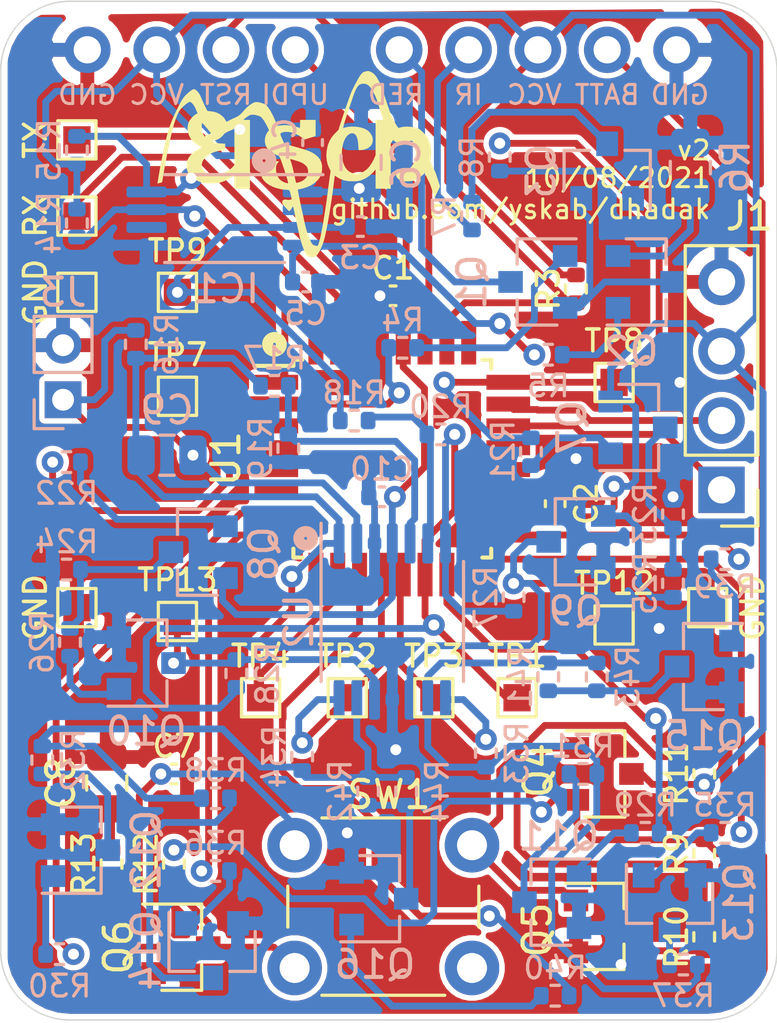
<source format=kicad_pcb>
(kicad_pcb (version 20171130) (host pcbnew 5.1.10-88a1d61d58~88~ubuntu18.04.1)
  (title_block (title "Dhadak Oximeter") (date 2021-08-10) (rev 1) (comment 1 "Made By : Y S K Abhijeet") (comment 2 https://github.com/yskab/dhadak))
  (layers (0 F.Cu signal) (31 B.Cu signal) (34 B.Paste user) (35 F.Paste user) (36 B.SilkS user) (37 F.SilkS user) (38 B.Mask user) (39 F.Mask user) (44 Edge.Cuts user))
  (net 0 "")
  (net 1 GND)
  (net 2 VCC)
  (net 3 DAC_DIFF)
  (net 4 /DAC_LED)
  (net 5 "Net-(C7-Pad1)")
  (net 6 "Net-(C8-Pad1)")
  (net 7 ITOV)
  (net 8 PD_CATHODE)
  (net 9 "Net-(IC1-Pad2)")
  (net 10 "Net-(IC1-Pad6)")
  (net 11 /DAC_SCL)
  (net 12 /DAC_SDA)
  (net 13 /OLED_SDA)
  (net 14 /OLED_SCL)
  (net 15 /RST)
  (net 16 /UPDI_DATA)
  (net 17 /RED_CATHODE)
  (net 18 /IR_CATHODE)
  (net 19 /BATT)
  (net 20 "Net-(Q1-Pad2)")
  (net 21 "Net-(Q1-Pad1)")
  (net 22 "Net-(Q2-Pad2)")
  (net 23 "Net-(Q2-Pad1)")
  (net 24 "Net-(Q3-Pad1)")
  (net 25 "Net-(Q3-Pad3)")
  (net 26 "Net-(Q4-Pad1)")
  (net 27 "Net-(Q5-Pad3)")
  (net 28 "Net-(Q6-Pad3)")
  (net 29 "Net-(Q7-Pad3)")
  (net 30 "Net-(Q7-Pad1)")
  (net 31 "Net-(Q8-Pad3)")
  (net 32 "Net-(Q8-Pad1)")
  (net 33 "Net-(Q9-Pad1)")
  (net 34 "Net-(Q10-Pad1)")
  (net 35 "Net-(Q11-Pad3)")
  (net 36 "Net-(Q11-Pad1)")
  (net 37 "Net-(Q12-Pad1)")
  (net 38 "Net-(Q12-Pad3)")
  (net 39 "Net-(Q13-Pad3)")
  (net 40 "Net-(Q13-Pad1)")
  (net 41 "Net-(Q14-Pad1)")
  (net 42 "Net-(Q14-Pad3)")
  (net 43 "Net-(Q15-Pad1)")
  (net 44 "Net-(Q15-Pad3)")
  (net 45 "Net-(Q16-Pad1)")
  (net 46 "Net-(Q16-Pad3)")
  (net 47 RED_PULSE)
  (net 48 IR_PULSE)
  (net 49 "Net-(R17-Pad1)")
  (net 50 "Net-(R18-Pad1)")
  (net 51 AMP)
  (net 52 PGAI0)
  (net 53 PGAR0)
  (net 54 "Net-(R31-Pad2)")
  (net 55 "Net-(R32-Pad2)")
  (net 56 IR_OUT)
  (net 57 RED_OUT)
  (net 58 PGAI1)
  (net 59 PGAR1)
  (net 60 PGAI2)
  (net 61 PGAR2)
  (net 62 /TXD)
  (net 63 /RXD)
  (net 64 "Net-(U1-Pad21)")
  (net 65 "Net-(U1-Pad4)")
  (net 66 "Net-(U1-Pad5)")
  (net 67 "Net-(U1-Pad3)")
  (net 68 "Net-(U1-Pad9)")
  (net 69 "Net-(U1-Pad20)")
  (net 70 IR_SIG)
  (net 71 RED_SIG)
  (net 72 "Net-(U1-Pad25)")
  (net 73 "Net-(U1-Pad6)")
  (module Capacitor_SMD:C_0805_2012Metric (layer F.Cu) (at 120.7262 119.4562 90)
    (fp_text reference C8 (at 0 -1.68 90) (layer F.SilkS))
    (fp_text value 10u)
    (pad 2 smd roundrect (at 0.95 0 90) (size 1 1.45) (layers F.Cu F.Paste F.Mask) (net 1 GND))
    (pad 1 smd roundrect (at -0.95 0 90) (size 1 1.45) (layers F.Cu F.Paste F.Mask) (net 6 "Net-(C8-Pad1)"))
  )
  (module TestPoint:TestPoint_Pad_1.0x1.0mm (layer F.Cu) (at 142.748 113.03 270)
    (fp_text reference TP14 hide)
    (fp_text value GND)
    (pad 1 smd rect (at 0 0 270) (size 1 1) (layers F.Cu F.Mask) (net 1 GND))
  )
  (module logo:dhadak_logo (layer F.Cu) (at 127.762 96.774)
    (fp_text reference G*** hide)
    (fp_text value LOGO hide)
  )
  (module TestPoint:TestPoint_Pad_1.0x1.0mm (layer F.Cu) (at 119.634 113.03 90)
    (fp_text reference TP11 hide)
    (fp_text value GND)
    (pad 1 smd rect (at 0 0 90) (size 1 1) (layers F.Cu F.Mask) (net 1 GND))
  )
  (module TestPoint:TestPoint_Pad_1.0x1.0mm (layer F.Cu) (at 119.634 101.473 90)
    (fp_text reference TP10 hide)
    (fp_text value GND)
    (pad 1 smd rect (at 0 0 90) (size 1 1) (layers F.Cu F.Mask) (net 1 GND))
  )
  (module TestPoint:TestPoint_Pad_1.0x1.0mm (layer F.Cu) (at 123.317 113.538)
    (fp_text reference TP13 (at 0 -1.524) (layer F.SilkS) (effects (font (size 0.8 0.8) (thickness 0.13))))
    (fp_text value TP_RED_SIG)
    (pad 1 smd rect (at 0 0) (size 1 1) (layers F.Cu F.Mask) (net 71 RED_SIG))
  )
  (module TestPoint:TestPoint_Pad_1.0x1.0mm (layer F.Cu) (at 139.319 113.665)
    (fp_text reference TP12 (at 0 -1.524) (layer F.SilkS) (effects (font (size 0.8 0.8) (thickness 0.13))))
    (fp_text value TP_IR_SIG)
    (pad 1 smd rect (at 0 0) (size 1 1) (layers F.Cu F.Mask) (net 70 IR_SIG))
  )
  (module Connector_PinHeader_2.54mm:PinHeader_1x04_P2.54mm_Vertical (layer F.Cu) (at 127.635 92.583 270)
    (fp_text reference J2 hide)
    (fp_text value PROG_PORT)
    (pad 4 thru_hole oval (at 0 7.62 270) (size 1.7 1.7) (drill 1) (layers *.Cu *.Mask) (net 1 GND))
    (pad 3 thru_hole oval (at 0 5.08 270) (size 1.7 1.7) (drill 1) (layers *.Cu *.Mask) (net 2 VCC))
    (pad 2 thru_hole oval (at 0 2.54 270) (size 1.7 1.7) (drill 1) (layers *.Cu *.Mask) (net 15 /RST))
    (pad 1 thru_hole circle (at 0 0 270) (size 1.7 1.7) (drill 1) (layers *.Cu *.Mask) (net 16 /UPDI_DATA))
  )
  (module Connector_PinHeader_2.54mm:PinHeader_1x05_P2.54mm_Vertical (layer F.Cu) (at 131.445 92.583 90)
    (fp_text reference J4 hide)
    (fp_text value EXT_PORT)
    (pad 1 thru_hole circle (at 0 0 90) (size 1.7 1.7) (drill 1) (layers *.Cu *.Mask) (net 17 /RED_CATHODE))
    (pad 2 thru_hole oval (at 0 2.54 90) (size 1.7 1.7) (drill 1) (layers *.Cu *.Mask) (net 18 /IR_CATHODE))
    (pad 3 thru_hole oval (at 0 5.08 90) (size 1.7 1.7) (drill 1) (layers *.Cu *.Mask) (net 2 VCC))
    (pad 4 thru_hole oval (at 0 7.62 90) (size 1.7 1.7) (drill 1) (layers *.Cu *.Mask) (net 19 /BATT))
    (pad 5 thru_hole oval (at 0 10.16 90) (size 1.7 1.7) (drill 1) (layers *.Cu *.Mask) (net 1 GND))
  )
  (module Resistor_SMD:R_0402_1005Metric (layer F.Cu) (at 137.922 101.346 90)
    (fp_text reference R3 (at 0 -1.016 90) (layer F.SilkS) (effects (font (size 0.8 0.8) (thickness 0.13))))
    (fp_text value 4.7K)
    (pad 2 smd roundrect (at 0.51 0 90) (size 0.54 0.64) (layers F.Cu F.Paste F.Mask) (net 2 VCC))
    (pad 1 smd roundrect (at -0.51 0 90) (size 0.54 0.64) (layers F.Cu F.Paste F.Mask) (net 15 /RST))
  )
  (module Resistor_SMD:R_0402_1005Metric (layer F.Cu) (at 120.904 122.43 90)
    (fp_text reference R13 (at 0.002 -1.016 90) (layer F.SilkS) (effects (font (size 0.8 0.8) (thickness 0.13))))
    (fp_text value 10K)
    (pad 2 smd roundrect (at 0.51 0 90) (size 0.54 0.64) (layers F.Cu F.Paste F.Mask) (net 6 "Net-(C8-Pad1)"))
    (pad 1 smd roundrect (at -0.51 0 90) (size 0.54 0.64) (layers F.Cu F.Paste F.Mask) (net 28 "Net-(Q6-Pad3)"))
  )
  (module Resistor_SMD:R_0402_1005Metric (layer F.Cu) (at 123.19 122.426 90)
    (fp_text reference R12 (at -0.002 -1.016 90) (layer F.SilkS) (effects (font (size 0.8 0.8) (thickness 0.13))))
    (fp_text value 200K)
    (pad 2 smd roundrect (at 0.51 0 90) (size 0.54 0.64) (layers F.Cu F.Paste F.Mask) (net 19 /BATT))
    (pad 1 smd roundrect (at -0.51 0 90) (size 0.54 0.64) (layers F.Cu F.Paste F.Mask) (net 28 "Net-(Q6-Pad3)"))
  )
  (module Resistor_SMD:R_0402_1005Metric (layer F.Cu) (at 142.621 119.126 90)
    (fp_text reference R11 (at 0 -1.016 90) (layer F.SilkS) (effects (font (size 0.8 0.8) (thickness 0.13))))
    (fp_text value 100K)
    (pad 1 smd roundrect (at -0.51 0 90) (size 0.54 0.64) (layers F.Cu F.Paste F.Mask) (net 2 VCC))
    (pad 2 smd roundrect (at 0.51 0 90) (size 0.54 0.64) (layers F.Cu F.Paste F.Mask) (net 5 "Net-(C7-Pad1)"))
  )
  (module Resistor_SMD:R_0402_1005Metric (layer F.Cu) (at 142.621 125.097 270)
    (fp_text reference R10 (at 0 1.016 90) (layer F.SilkS) (effects (font (size 0.8 0.8) (thickness 0.13))))
    (fp_text value 100K)
    (pad 2 smd roundrect (at 0.51 0 270) (size 0.54 0.64) (layers F.Cu F.Paste F.Mask) (net 27 "Net-(Q5-Pad3)"))
    (pad 1 smd roundrect (at -0.51 0 270) (size 0.54 0.64) (layers F.Cu F.Paste F.Mask) (net 26 "Net-(Q4-Pad1)"))
  )
  (module Resistor_SMD:R_0402_1005Metric (layer F.Cu) (at 142.621 122.047 270)
    (fp_text reference R9 (at 0 1.016 90) (layer F.SilkS) (effects (font (size 0.8 0.8) (thickness 0.13))))
    (fp_text value 100K)
    (pad 2 smd roundrect (at 0.51 0 270) (size 0.54 0.64) (layers F.Cu F.Paste F.Mask) (net 26 "Net-(Q4-Pad1)"))
    (pad 1 smd roundrect (at -0.51 0 270) (size 0.54 0.64) (layers F.Cu F.Paste F.Mask) (net 19 /BATT))
  )
  (module Capacitor_SMD:C_0402_1005Metric (layer F.Cu) (at 123.19 119.126)
    (fp_text reference C7 (at 0 -1.016) (layer F.SilkS) (effects (font (size 0.8 0.8) (thickness 0.13))))
    (fp_text value 0.1u)
    (pad 2 smd roundrect (at 0.48 0) (size 0.56 0.62) (layers F.Cu F.Paste F.Mask) (net 1 GND))
    (pad 1 smd roundrect (at -0.48 0) (size 0.56 0.62) (layers F.Cu F.Paste F.Mask) (net 5 "Net-(C7-Pad1)"))
  )
  (module Capacitor_SMD:C_0402_1005Metric (layer F.Cu) (at 137.16 109.22 270)
    (fp_text reference C2 (at 0 -1.143 90) (layer F.SilkS) (effects (font (size 0.8 0.8) (thickness 0.13))))
    (fp_text value 0.1u)
    (pad 2 smd roundrect (at 0.48 0 270) (size 0.56 0.62) (layers F.Cu F.Paste F.Mask) (net 2 VCC))
    (pad 1 smd roundrect (at -0.48 0 270) (size 0.56 0.62) (layers F.Cu F.Paste F.Mask) (net 1 GND))
  )
  (module Capacitor_SMD:C_0402_1005Metric (layer F.Cu) (at 131.219 101.6)
    (fp_text reference C1 (at 0 -1.016) (layer F.SilkS) (effects (font (size 0.8 0.8) (thickness 0.13))))
    (fp_text value 0.1u)
    (pad 2 smd roundrect (at 0.48 0) (size 0.56 0.62) (layers F.Cu F.Paste F.Mask) (net 2 VCC))
    (pad 1 smd roundrect (at -0.48 0) (size 0.56 0.62) (layers F.Cu F.Paste F.Mask) (net 1 GND))
  )
  (module Capacitor_SMD:C_0805_2012Metric (layer B.Cu) (at 130.048 96.713 270)
    (fp_text reference C6 (at 0.061 -1.651 270) (layer B.SilkS) (effects (justify mirror)))
    (fp_text value 10u)
    (pad 1 smd roundrect (at -0.95 0 270) (size 1 1.45) (layers B.Cu B.Paste B.Mask) (net 1 GND))
    (pad 2 smd roundrect (at 0.95 0 270) (size 1 1.45) (layers B.Cu B.Paste B.Mask) (net 2 VCC))
  )
  (module Capacitor_SMD:C_0805_2012Metric (layer B.Cu) (at 122.936 107.442)
    (fp_text reference C9 (at 0 -1.651) (layer B.SilkS) (effects (justify mirror)))
    (fp_text value 100p)
    (pad 2 smd roundrect (at 0.95 0) (size 1 1.45) (layers B.Cu B.Paste B.Mask) (net 8 PD_CATHODE))
    (pad 1 smd roundrect (at -0.95 0) (size 1 1.45) (layers B.Cu B.Paste B.Mask) (net 7 ITOV))
  )
  (module Package_SO:TSSOP-14_4.4x5mm_P0.65mm (layer B.Cu) (at 131.191 113.538 270)
    (fp_text reference U2 (at 0 3.429 90) (layer B.SilkS) (effects (justify mirror)))
    (fp_text value LMV324)
    (pad 1 smd roundrect (at -2.8625 1.95 270) (size 1.475 0.4) (layers B.Cu B.Paste B.Mask) (net 7 ITOV))
    (pad 2 smd roundrect (at -2.8625 1.3 270) (size 1.475 0.4) (layers B.Cu B.Paste B.Mask) (net 8 PD_CATHODE))
    (pad 3 smd roundrect (at -2.8625 0.65 270) (size 1.475 0.4) (layers B.Cu B.Paste B.Mask) (net 1 GND))
    (pad 4 smd roundrect (at -2.8625 0 270) (size 1.475 0.4) (layers B.Cu B.Paste B.Mask) (net 2 VCC))
    (pad 5 smd roundrect (at -2.8625 -0.65 270) (size 1.475 0.4) (layers B.Cu B.Paste B.Mask) (net 49 "Net-(R17-Pad1)"))
    (pad 6 smd roundrect (at -2.8625 -1.3 270) (size 1.475 0.4) (layers B.Cu B.Paste B.Mask) (net 50 "Net-(R18-Pad1)"))
    (pad 7 smd roundrect (at -2.8625 -1.95 270) (size 1.475 0.4) (layers B.Cu B.Paste B.Mask) (net 51 AMP))
    (pad 8 smd roundrect (at 2.8625 -1.95 270) (size 1.475 0.4) (layers B.Cu B.Paste B.Mask) (net 56 IR_OUT))
    (pad 9 smd roundrect (at 2.8625 -1.3 270) (size 1.475 0.4) (layers B.Cu B.Paste B.Mask) (net 54 "Net-(R31-Pad2)"))
    (pad 10 smd roundrect (at 2.8625 -0.65 270) (size 1.475 0.4) (layers B.Cu B.Paste B.Mask) (net 70 IR_SIG))
    (pad 11 smd roundrect (at 2.8625 0 270) (size 1.475 0.4) (layers B.Cu B.Paste B.Mask) (net 1 GND))
    (pad 12 smd roundrect (at 2.8625 0.65 270) (size 1.475 0.4) (layers B.Cu B.Paste B.Mask) (net 71 RED_SIG))
    (pad 13 smd roundrect (at 2.8625 1.3 270) (size 1.475 0.4) (layers B.Cu B.Paste B.Mask) (net 55 "Net-(R32-Pad2)"))
    (pad 14 smd roundrect (at 2.8625 1.95 270) (size 1.475 0.4) (layers B.Cu B.Paste B.Mask) (net 57 RED_OUT))
  )
  (module Capacitor_SMD:C_0402_1005Metric (layer B.Cu) (at 130.02 99.06)
    (fp_text reference C3 (at 0 1.143) (layer B.SilkS) (effects (font (size 0.8 0.8) (thickness 0.13)) (justify mirror)))
    (fp_text value 0.1u)
    (pad 1 smd roundrect (at -0.48 0) (size 0.56 0.62) (layers B.Cu B.Paste B.Mask) (net 3 DAC_DIFF))
    (pad 2 smd roundrect (at 0.48 0) (size 0.56 0.62) (layers B.Cu B.Paste B.Mask) (net 1 GND))
  )
  (module Capacitor_SMD:C_0402_1005Metric (layer B.Cu) (at 128.27 95.984 270)
    (fp_text reference C4 (at -0.127 1.016 90) (layer B.SilkS) (effects (font (size 0.8 0.8) (thickness 0.13)) (justify mirror)))
    (fp_text value 0.1u)
    (pad 2 smd roundrect (at 0.48 0 270) (size 0.56 0.62) (layers B.Cu B.Paste B.Mask) (net 2 VCC))
    (pad 1 smd roundrect (at -0.48 0 270) (size 0.56 0.62) (layers B.Cu B.Paste B.Mask) (net 1 GND))
  )
  (module Capacitor_SMD:C_0402_1005Metric (layer B.Cu) (at 128.016 101.092)
    (fp_text reference C5 (at 0 1.16) (layer B.SilkS) (effects (font (size 0.8 0.8) (thickness 0.13)) (justify mirror)))
    (fp_text value 0.1u)
    (pad 2 smd roundrect (at 0.48 0) (size 0.56 0.62) (layers B.Cu B.Paste B.Mask) (net 1 GND))
    (pad 1 smd roundrect (at -0.48 0) (size 0.56 0.62) (layers B.Cu B.Paste B.Mask) (net 4 /DAC_LED))
  )
  (module Capacitor_SMD:C_0402_1005Metric (layer B.Cu) (at 130.81 108.966)
    (fp_text reference C10 (at 0 -1.016) (layer B.SilkS) (effects (font (size 0.8 0.8) (thickness 0.13)) (justify mirror)))
    (fp_text value 0.1u)
    (pad 1 smd roundrect (at -0.48 0) (size 0.56 0.62) (layers B.Cu B.Paste B.Mask) (net 1 GND))
    (pad 2 smd roundrect (at 0.48 0) (size 0.56 0.62) (layers B.Cu B.Paste B.Mask) (net 2 VCC))
  )
  (module Package_SO:TSSOP-8_4.4x3mm_P0.65mm (layer B.Cu) (at 125.049999 98.769001 180)
    (fp_text reference IC1 (at -0.045001 -2.576999) (layer B.SilkS) (effects (justify mirror)))
    (fp_text value MCP47FEB02A0-E_ST)
    (pad 8 smd roundrect (at 2.8625 0.975 180) (size 1.475 0.4) (layers B.Cu B.Paste B.Mask) (net 12 /DAC_SDA))
    (pad 7 smd roundrect (at 2.8625 0.325 180) (size 1.475 0.4) (layers B.Cu B.Paste B.Mask) (net 11 /DAC_SCL))
    (pad 6 smd roundrect (at 2.8625 -0.325 180) (size 1.475 0.4) (layers B.Cu B.Paste B.Mask) (net 10 "Net-(IC1-Pad6)"))
    (pad 5 smd roundrect (at 2.8625 -0.975 180) (size 1.475 0.4) (layers B.Cu B.Paste B.Mask) (net 1 GND))
    (pad 4 smd roundrect (at -2.8625 -0.975 180) (size 1.475 0.4) (layers B.Cu B.Paste B.Mask) (net 4 /DAC_LED))
    (pad 3 smd roundrect (at -2.8625 -0.325 180) (size 1.475 0.4) (layers B.Cu B.Paste B.Mask) (net 3 DAC_DIFF))
    (pad 2 smd roundrect (at -2.8625 0.325 180) (size 1.475 0.4) (layers B.Cu B.Paste B.Mask) (net 9 "Net-(IC1-Pad2)"))
    (pad 1 smd roundrect (at -2.8625 0.975 180) (size 1.475 0.4) (layers B.Cu B.Paste B.Mask) (net 2 VCC))
  )
  (module Connector_PinHeader_2.54mm:PinHeader_1x04_P2.54mm_Vertical (layer F.Cu) (at 143.256 108.712 180)
    (fp_text reference J1 (at -1.016 10.033) (layer F.SilkS))
    (fp_text value OLED_PORT)
    (pad 4 thru_hole oval (at 0 7.62 180) (size 1.7 1.7) (drill 1) (layers *.Cu *.Mask) (net 1 GND))
    (pad 3 thru_hole oval (at 0 5.08 180) (size 1.7 1.7) (drill 1) (layers *.Cu *.Mask) (net 2 VCC))
    (pad 2 thru_hole oval (at 0 2.54 180) (size 1.7 1.7) (drill 1) (layers *.Cu *.Mask) (net 14 /OLED_SCL))
    (pad 1 thru_hole rect (at 0 0 180) (size 1.7 1.7) (drill 1) (layers *.Cu *.Mask) (net 13 /OLED_SDA))
  )
  (module Connector_PinHeader_2.00mm:PinHeader_1x02_P2.00mm_Vertical (layer B.Cu) (at 119.126 105.41)
    (fp_text reference J3 (at 0 -3.937 180) (layer B.SilkS) (effects (justify mirror)))
    (fp_text value PD_PORT)
    (pad 1 thru_hole rect (at 0 0) (size 1.35 1.35) (drill 0.8) (layers *.Cu *.Mask) (net 8 PD_CATHODE))
    (pad 2 thru_hole oval (at 0 -2) (size 1.35 1.35) (drill 0.8) (layers *.Cu *.Mask) (net 1 GND))
  )
  (module Package_TO_SOT_SMD:SOT-23 (layer B.Cu) (at 136.525 101.092 180)
    (fp_text reference Q1 (at 2.413 0 270) (layer B.SilkS) (effects (justify mirror)))
    (fp_text value BC847)
    (pad 3 smd rect (at 1 0 180) (size 0.9 0.8) (layers B.Cu B.Paste B.Mask) (net 17 /RED_CATHODE))
    (pad 2 smd rect (at -1 -0.95 180) (size 0.9 0.8) (layers B.Cu B.Paste B.Mask) (net 20 "Net-(Q1-Pad2)"))
    (pad 1 smd rect (at -1 0.95 180) (size 0.9 0.8) (layers B.Cu B.Paste B.Mask) (net 21 "Net-(Q1-Pad1)"))
  )
  (module Package_TO_SOT_SMD:SOT-23 (layer B.Cu) (at 140.462 101.092)
    (fp_text reference Q2 (at -0.524 2.54 180) (layer B.SilkS) (effects (justify mirror)))
    (fp_text value BC847)
    (pad 3 smd rect (at 1 0) (size 0.9 0.8) (layers B.Cu B.Paste B.Mask) (net 20 "Net-(Q1-Pad2)"))
    (pad 2 smd rect (at -1 -0.95) (size 0.9 0.8) (layers B.Cu B.Paste B.Mask) (net 22 "Net-(Q2-Pad2)"))
    (pad 1 smd rect (at -1 0.95) (size 0.9 0.8) (layers B.Cu B.Paste B.Mask) (net 23 "Net-(Q2-Pad1)"))
  )
  (module Package_TO_SOT_SMD:SOT-23 (layer B.Cu) (at 139.065 97.028 90)
    (fp_text reference Q3 (at 0 -2.413 270) (layer B.SilkS) (effects (justify mirror)))
    (fp_text value BC847)
    (pad 1 smd rect (at -1 0.95 90) (size 0.9 0.8) (layers B.Cu B.Paste B.Mask) (net 24 "Net-(Q3-Pad1)"))
    (pad 2 smd rect (at -1 -0.95 90) (size 0.9 0.8) (layers B.Cu B.Paste B.Mask) (net 20 "Net-(Q1-Pad2)"))
    (pad 3 smd rect (at 1 0 90) (size 0.9 0.8) (layers B.Cu B.Paste B.Mask) (net 25 "Net-(Q3-Pad3)"))
  )
  (module Package_TO_SOT_SMD:SOT-23 (layer F.Cu) (at 138.954 119.126)
    (fp_text reference Q4 (at -2.413 -0.127 270) (layer F.SilkS))
    (fp_text value SI2305)
    (pad 1 smd rect (at -1 -0.95) (size 0.9 0.8) (layers F.Cu F.Paste F.Mask) (net 26 "Net-(Q4-Pad1)"))
    (pad 2 smd rect (at -1 0.95) (size 0.9 0.8) (layers F.Cu F.Paste F.Mask) (net 19 /BATT))
    (pad 3 smd rect (at 1 0) (size 0.9 0.8) (layers F.Cu F.Paste F.Mask) (net 2 VCC))
  )
  (module Package_TO_SOT_SMD:SOT-23 (layer F.Cu) (at 138.922 124.714)
    (fp_text reference Q5 (at -2.413 0.127 90) (layer F.SilkS))
    (fp_text value BC847)
    (pad 1 smd rect (at -1 -0.95) (size 0.9 0.8) (layers F.Cu F.Paste F.Mask) (net 5 "Net-(C7-Pad1)"))
    (pad 2 smd rect (at -1 0.95) (size 0.9 0.8) (layers F.Cu F.Paste F.Mask) (net 1 GND))
    (pad 3 smd rect (at 1 0) (size 0.9 0.8) (layers F.Cu F.Paste F.Mask) (net 27 "Net-(Q5-Pad3)"))
  )
  (module Package_TO_SOT_SMD:SOT-23 (layer F.Cu) (at 123.444 125.476)
    (fp_text reference Q6 (at -2.286 0 90) (layer F.SilkS))
    (fp_text value BC847)
    (pad 1 smd rect (at -1 -0.95) (size 0.9 0.8) (layers F.Cu F.Paste F.Mask) (net 5 "Net-(C7-Pad1)"))
    (pad 2 smd rect (at -1 0.95) (size 0.9 0.8) (layers F.Cu F.Paste F.Mask) (net 1 GND))
    (pad 3 smd rect (at 1 0) (size 0.9 0.8) (layers F.Cu F.Paste F.Mask) (net 28 "Net-(Q6-Pad3)"))
  )
  (module Package_TO_SOT_SMD:SOT-23 (layer B.Cu) (at 140.192 106.426)
    (fp_text reference Q7 (at -2.413 0 90) (layer B.SilkS) (effects (justify mirror)))
    (fp_text value BC857)
    (pad 3 smd rect (at 1 0) (size 0.9 0.8) (layers B.Cu B.Paste B.Mask) (net 29 "Net-(Q7-Pad3)"))
    (pad 2 smd rect (at -1 -0.95) (size 0.9 0.8) (layers B.Cu B.Paste B.Mask) (net 2 VCC))
    (pad 1 smd rect (at -1 0.95) (size 0.9 0.8) (layers B.Cu B.Paste B.Mask) (net 30 "Net-(Q7-Pad1)"))
  )
  (module Package_TO_SOT_SMD:SOT-23 (layer B.Cu) (at 124.079 110.998 180)
    (fp_text reference Q8 (at -2.397 -0.061 90) (layer B.SilkS) (effects (justify mirror)))
    (fp_text value BC857)
    (pad 3 smd rect (at 1 0 180) (size 0.9 0.8) (layers B.Cu B.Paste B.Mask) (net 31 "Net-(Q8-Pad3)"))
    (pad 2 smd rect (at -1 -0.95 180) (size 0.9 0.8) (layers B.Cu B.Paste B.Mask) (net 2 VCC))
    (pad 1 smd rect (at -1 0.95 180) (size 0.9 0.8) (layers B.Cu B.Paste B.Mask) (net 32 "Net-(Q8-Pad1)"))
  )
  (module Package_TO_SOT_SMD:SOT-23 (layer B.Cu) (at 137.922 110.617 180)
    (fp_text reference Q9 (at 0 -2.54) (layer B.SilkS) (effects (justify mirror)))
    (fp_text value BC847)
    (pad 3 smd rect (at 1 0 180) (size 0.9 0.8) (layers B.Cu B.Paste B.Mask) (net 70 IR_SIG))
    (pad 2 smd rect (at -1 -0.95 180) (size 0.9 0.8) (layers B.Cu B.Paste B.Mask) (net 1 GND))
    (pad 1 smd rect (at -1 0.95 180) (size 0.9 0.8) (layers B.Cu B.Paste B.Mask) (net 33 "Net-(Q9-Pad1)"))
  )
  (module Package_TO_SOT_SMD:SOT-23 (layer B.Cu) (at 122.174 115.062)
    (fp_text reference Q10 (at 0 2.5) (layer B.SilkS) (effects (justify mirror)))
    (fp_text value BC847)
    (pad 1 smd rect (at -1 0.95) (size 0.9 0.8) (layers B.Cu B.Paste B.Mask) (net 34 "Net-(Q10-Pad1)"))
    (pad 2 smd rect (at -1 -0.95) (size 0.9 0.8) (layers B.Cu B.Paste B.Mask) (net 1 GND))
    (pad 3 smd rect (at 1 0) (size 0.9 0.8) (layers B.Cu B.Paste B.Mask) (net 71 RED_SIG))
  )
  (module Package_TO_SOT_SMD:SOT-23 (layer B.Cu) (at 137.033 123.825 180)
    (fp_text reference Q11 (at -0.254 2.413) (layer B.SilkS) (effects (justify mirror)))
    (fp_text value BC847)
    (pad 3 smd rect (at 1 0 180) (size 0.9 0.8) (layers B.Cu B.Paste B.Mask) (net 35 "Net-(Q11-Pad3)"))
    (pad 2 smd rect (at -1 -0.95 180) (size 0.9 0.8) (layers B.Cu B.Paste B.Mask) (net 1 GND))
    (pad 1 smd rect (at -1 0.95 180) (size 0.9 0.8) (layers B.Cu B.Paste B.Mask) (net 36 "Net-(Q11-Pad1)"))
  )
  (module Package_TO_SOT_SMD:SOT-23 (layer B.Cu) (at 119.761 121.92)
    (fp_text reference Q12 (at 2.413 0 90) (layer B.SilkS) (effects (justify mirror)))
    (fp_text value BC847)
    (pad 1 smd rect (at -1 0.95) (size 0.9 0.8) (layers B.Cu B.Paste B.Mask) (net 37 "Net-(Q12-Pad1)"))
    (pad 2 smd rect (at -1 -0.95) (size 0.9 0.8) (layers B.Cu B.Paste B.Mask) (net 1 GND))
    (pad 3 smd rect (at 1 0) (size 0.9 0.8) (layers B.Cu B.Paste B.Mask) (net 38 "Net-(Q12-Pad3)"))
  )
  (module Package_TO_SOT_SMD:SOT-23 (layer B.Cu) (at 141.351 123.841 270)
    (fp_text reference Q13 (at 0 -2.54 90) (layer B.SilkS) (effects (justify mirror)))
    (fp_text value BC847)
    (pad 3 smd rect (at 1 0 270) (size 0.9 0.8) (layers B.Cu B.Paste B.Mask) (net 39 "Net-(Q13-Pad3)"))
    (pad 2 smd rect (at -1 -0.95 270) (size 0.9 0.8) (layers B.Cu B.Paste B.Mask) (net 1 GND))
    (pad 1 smd rect (at -1 0.95 270) (size 0.9 0.8) (layers B.Cu B.Paste B.Mask) (net 40 "Net-(Q13-Pad1)"))
  )
  (module Package_TO_SOT_SMD:SOT-23 (layer B.Cu) (at 124.587 125.603 270)
    (fp_text reference Q14 (at -0.016 2.413 90) (layer B.SilkS) (effects (justify mirror)))
    (fp_text value BC847)
    (pad 1 smd rect (at -1 0.95 270) (size 0.9 0.8) (layers B.Cu B.Paste B.Mask) (net 41 "Net-(Q14-Pad1)"))
    (pad 2 smd rect (at -1 -0.95 270) (size 0.9 0.8) (layers B.Cu B.Paste B.Mask) (net 1 GND))
    (pad 3 smd rect (at 1 0 270) (size 0.9 0.8) (layers B.Cu B.Paste B.Mask) (net 42 "Net-(Q14-Pad3)"))
  )
  (module Package_TO_SOT_SMD:SOT-23 (layer B.Cu) (at 142.621 115.189 180)
    (fp_text reference Q15 (at 0 -2.54) (layer B.SilkS) (effects (justify mirror)))
    (fp_text value BC847)
    (pad 1 smd rect (at -1 0.95 180) (size 0.9 0.8) (layers B.Cu B.Paste B.Mask) (net 43 "Net-(Q15-Pad1)"))
    (pad 2 smd rect (at -1 -0.95 180) (size 0.9 0.8) (layers B.Cu B.Paste B.Mask) (net 1 GND))
    (pad 3 smd rect (at 1 0 180) (size 0.9 0.8) (layers B.Cu B.Paste B.Mask) (net 44 "Net-(Q15-Pad3)"))
  )
  (module Package_TO_SOT_SMD:SOT-23 (layer B.Cu) (at 130.699 123.698)
    (fp_text reference Q16 (at -0.143 2.413 180) (layer B.SilkS) (effects (justify mirror)))
    (fp_text value BC847)
    (pad 1 smd rect (at -1 0.95) (size 0.9 0.8) (layers B.Cu B.Paste B.Mask) (net 45 "Net-(Q16-Pad1)"))
    (pad 2 smd rect (at -1 -0.95) (size 0.9 0.8) (layers B.Cu B.Paste B.Mask) (net 1 GND))
    (pad 3 smd rect (at 1 0) (size 0.9 0.8) (layers B.Cu B.Paste B.Mask) (net 46 "Net-(Q16-Pad3)"))
  )
  (module Resistor_SMD:R_0402_1005Metric (layer B.Cu) (at 131.572 103.505 180)
    (fp_text reference R4 (at 0 1.016) (layer B.SilkS) (effects (font (size 0.8 0.8) (thickness 0.12)) (justify mirror)))
    (fp_text value 10K)
    (pad 1 smd roundrect (at -0.51 0 180) (size 0.54 0.64) (layers B.Cu B.Paste B.Mask) (net 21 "Net-(Q1-Pad1)"))
    (pad 2 smd roundrect (at 0.51 0 180) (size 0.54 0.64) (layers B.Cu B.Paste B.Mask) (net 47 RED_PULSE))
  )
  (module Resistor_SMD:R_0402_1005Metric (layer B.Cu) (at 136.906 103.759 180)
    (fp_text reference R5 (at 0 -1.143) (layer B.SilkS) (effects (font (size 0.8 0.8) (thickness 0.12)) (justify mirror)))
    (fp_text value 4.7K)
    (pad 1 smd roundrect (at -0.51 0 180) (size 0.54 0.64) (layers B.Cu B.Paste B.Mask) (net 23 "Net-(Q2-Pad1)"))
    (pad 2 smd roundrect (at 0.51 0 180) (size 0.54 0.64) (layers B.Cu B.Paste B.Mask) (net 4 /DAC_LED))
  )
  (module Resistor_SMD:R_0805_2012Metric (layer B.Cu) (at 142.113 96.901 270)
    (fp_text reference R6 (at -0.0235 -1.651 90) (layer B.SilkS) (effects (justify mirror)))
    (fp_text value 20)
    (pad 1 smd roundrect (at -0.9125 0 270) (size 1.025 1.4) (layers B.Cu B.Paste B.Mask) (roundrect_rratio 0.2439004878048781) (net 1 GND))
    (pad 2 smd roundrect (at 0.9125 0 270) (size 1.025 1.4) (layers B.Cu B.Paste B.Mask) (roundrect_rratio 0.2439004878048781) (net 22 "Net-(Q2-Pad2)"))
  )
  (module Resistor_SMD:R_0402_1005Metric (layer B.Cu) (at 134.112 98.677 270)
    (fp_text reference R7 (at 0.002 1.016 90) (layer B.SilkS) (effects (font (size 0.8 0.8) (thickness 0.12)) (justify mirror)))
    (fp_text value 300)
    (pad 1 smd roundrect (at -0.51 0 270) (size 0.54 0.64) (layers B.Cu B.Paste B.Mask) (net 25 "Net-(Q3-Pad3)"))
    (pad 2 smd roundrect (at 0.51 0 270) (size 0.54 0.64) (layers B.Cu B.Paste B.Mask) (net 18 /IR_CATHODE))
  )
  (module Resistor_SMD:R_0402_1005Metric (layer B.Cu) (at 135.128 96.518 270)
    (fp_text reference R8 (at 0.002 1.016 90) (layer B.SilkS) (effects (font (size 0.8 0.8) (thickness 0.12)) (justify mirror)))
    (fp_text value 10K)
    (pad 2 smd roundrect (at 0.51 0 270) (size 0.54 0.64) (layers B.Cu B.Paste B.Mask) (net 24 "Net-(Q3-Pad1)"))
    (pad 1 smd roundrect (at -0.51 0 270) (size 0.54 0.64) (layers B.Cu B.Paste B.Mask) (net 48 IR_PULSE))
  )
  (module Resistor_SMD:R_0402_1005Metric (layer B.Cu) (at 119.634 98.935 90)
    (fp_text reference R14 (at 0 -1.016 90) (layer B.SilkS) (effects (font (size 0.8 0.8) (thickness 0.12)) (justify mirror)))
    (fp_text value 4.7K)
    (pad 1 smd roundrect (at -0.51 0 90) (size 0.54 0.64) (layers B.Cu B.Paste B.Mask) (net 11 /DAC_SCL))
    (pad 2 smd roundrect (at 0.51 0 90) (size 0.54 0.64) (layers B.Cu B.Paste B.Mask) (net 2 VCC))
  )
  (module Resistor_SMD:R_0402_1005Metric (layer B.Cu) (at 119.634 96.264 270)
    (fp_text reference R15 (at 0 1.016 90) (layer B.SilkS) (effects (font (size 0.8 0.8) (thickness 0.12)) (justify mirror)))
    (fp_text value 4.7K)
    (pad 2 smd roundrect (at 0.51 0 270) (size 0.54 0.64) (layers B.Cu B.Paste B.Mask) (net 2 VCC))
    (pad 1 smd roundrect (at -0.51 0 270) (size 0.54 0.64) (layers B.Cu B.Paste B.Mask) (net 12 /DAC_SDA))
  )
  (module Resistor_SMD:R_0402_1005Metric (layer B.Cu) (at 121.793 103.378 270)
    (fp_text reference R16 (at -0.002 -1.143 270) (layer B.SilkS) (effects (font (size 0.8 0.8) (thickness 0.12)) (justify mirror)))
    (fp_text value 200K)
    (pad 1 smd roundrect (at -0.51 0 270) (size 0.54 0.64) (layers B.Cu B.Paste B.Mask) (net 8 PD_CATHODE))
    (pad 2 smd roundrect (at 0.51 0 270) (size 0.54 0.64) (layers B.Cu B.Paste B.Mask) (net 7 ITOV))
  )
  (module Resistor_SMD:R_0402_1005Metric (layer B.Cu) (at 126.871 104.902 180)
    (fp_text reference R17 (at 0 1.016 180) (layer B.SilkS) (effects (font (size 0.8 0.8) (thickness 0.12)) (justify mirror)))
    (fp_text value 4.7K)
    (pad 2 smd roundrect (at 0.51 0 180) (size 0.54 0.64) (layers B.Cu B.Paste B.Mask) (net 7 ITOV))
    (pad 1 smd roundrect (at -0.51 0 180) (size 0.54 0.64) (layers B.Cu B.Paste B.Mask) (net 49 "Net-(R17-Pad1)"))
  )
  (module Resistor_SMD:R_0402_1005Metric (layer B.Cu) (at 129.794 106.172 180)
    (fp_text reference R18 (at 0 1.016 180) (layer B.SilkS) (effects (font (size 0.8 0.8) (thickness 0.12)) (justify mirror)))
    (fp_text value 4.7K)
    (pad 1 smd roundrect (at -0.51 0 180) (size 0.54 0.64) (layers B.Cu B.Paste B.Mask) (net 50 "Net-(R18-Pad1)"))
    (pad 2 smd roundrect (at 0.51 0 180) (size 0.54 0.64) (layers B.Cu B.Paste B.Mask) (net 3 DAC_DIFF))
  )
  (module Resistor_SMD:R_0402_1005Metric (layer B.Cu) (at 127.381 107.186 90)
    (fp_text reference R19 (at 0 -1.016 90) (layer B.SilkS) (effects (font (size 0.8 0.8) (thickness 0.12)) (justify mirror)))
    (fp_text value 100K)
    (pad 2 smd roundrect (at 0.51 0 90) (size 0.54 0.64) (layers B.Cu B.Paste B.Mask) (net 49 "Net-(R17-Pad1)"))
    (pad 1 smd roundrect (at -0.51 0 90) (size 0.54 0.64) (layers B.Cu B.Paste B.Mask) (net 1 GND))
  )
  (module Resistor_SMD:R_0402_1005Metric (layer B.Cu) (at 132.969 106.68 180)
    (fp_text reference R20 (at 0 1.016) (layer B.SilkS) (effects (font (size 0.8 0.8) (thickness 0.12)) (justify mirror)))
    (fp_text value 100K)
    (pad 2 smd roundrect (at 0.51 0 180) (size 0.54 0.64) (layers B.Cu B.Paste B.Mask) (net 50 "Net-(R18-Pad1)"))
    (pad 1 smd roundrect (at -0.51 0 180) (size 0.54 0.64) (layers B.Cu B.Paste B.Mask) (net 51 AMP))
  )
  (module Resistor_SMD:R_0402_1005Metric (layer B.Cu) (at 136.271 107.315 270)
    (fp_text reference R21 (at 0 1.016 90) (layer B.SilkS) (effects (font (size 0.8 0.8) (thickness 0.12)) (justify mirror)))
    (fp_text value 10K)
    (pad 2 smd roundrect (at 0.51 0 270) (size 0.54 0.64) (layers B.Cu B.Paste B.Mask) (net 30 "Net-(Q7-Pad1)"))
    (pad 1 smd roundrect (at -0.51 0 270) (size 0.54 0.64) (layers B.Cu B.Paste B.Mask) (net 48 IR_PULSE))
  )
  (module Resistor_SMD:R_0402_1005Metric (layer B.Cu) (at 119.253 107.696)
    (fp_text reference R22 (at -0.002 1.143) (layer B.SilkS) (effects (font (size 0.8 0.8) (thickness 0.12)) (justify mirror)))
    (fp_text value 10K)
    (pad 1 smd roundrect (at -0.51 0) (size 0.54 0.64) (layers B.Cu B.Paste B.Mask) (net 47 RED_PULSE))
    (pad 2 smd roundrect (at 0.51 0) (size 0.54 0.64) (layers B.Cu B.Paste B.Mask) (net 32 "Net-(Q8-Pad1)"))
  )
  (module Resistor_SMD:R_0402_1005Metric (layer B.Cu) (at 141.478 109.603 270)
    (fp_text reference R23 (at -0.002 1.016 90) (layer B.SilkS) (effects (font (size 0.8 0.8) (thickness 0.12)) (justify mirror)))
    (fp_text value 10K)
    (pad 2 smd roundrect (at 0.51 0 270) (size 0.54 0.64) (layers B.Cu B.Paste B.Mask) (net 29 "Net-(Q7-Pad3)"))
    (pad 1 smd roundrect (at -0.51 0 270) (size 0.54 0.64) (layers B.Cu B.Paste B.Mask) (net 1 GND))
  )
  (module Resistor_SMD:R_0402_1005Metric (layer B.Cu) (at 119.253 111.633)
    (fp_text reference R24 (at 0.002 -1.016) (layer B.SilkS) (effects (font (size 0.8 0.8) (thickness 0.12)) (justify mirror)))
    (fp_text value 10K)
    (pad 1 smd roundrect (at -0.51 0) (size 0.54 0.64) (layers B.Cu B.Paste B.Mask) (net 1 GND))
    (pad 2 smd roundrect (at 0.51 0) (size 0.54 0.64) (layers B.Cu B.Paste B.Mask) (net 31 "Net-(Q8-Pad3)"))
  )
  (module Resistor_SMD:R_0402_1005Metric (layer B.Cu) (at 141.478 112.139 90)
    (fp_text reference R25 (at 0.002 -1.016 90) (layer B.SilkS) (effects (font (size 0.8 0.8) (thickness 0.12)) (justify mirror)))
    (fp_text value 4.7K)
    (pad 2 smd roundrect (at 0.51 0 90) (size 0.54 0.64) (layers B.Cu B.Paste B.Mask) (net 29 "Net-(Q7-Pad3)"))
    (pad 1 smd roundrect (at -0.51 0 90) (size 0.54 0.64) (layers B.Cu B.Paste B.Mask) (net 33 "Net-(Q9-Pad1)"))
  )
  (module Resistor_SMD:R_0402_1005Metric (layer B.Cu) (at 119.38 114.3 90)
    (fp_text reference R26 (at 0 -1.016 90) (layer B.SilkS) (effects (font (size 0.8 0.8) (thickness 0.12)) (justify mirror)))
    (fp_text value 4.7K)
    (pad 1 smd roundrect (at -0.51 0 90) (size 0.54 0.64) (layers B.Cu B.Paste B.Mask) (net 34 "Net-(Q10-Pad1)"))
    (pad 2 smd roundrect (at 0.51 0 90) (size 0.54 0.64) (layers B.Cu B.Paste B.Mask) (net 31 "Net-(Q8-Pad3)"))
  )
  (module Resistor_SMD:R_0402_1005Metric (layer B.Cu) (at 135.636 112.651 270)
    (fp_text reference R27 (at 0 1.016 270) (layer B.SilkS) (effects (font (size 0.8 0.8) (thickness 0.12)) (justify mirror)))
    (fp_text value 10K)
    (pad 1 smd roundrect (at -0.51 0 270) (size 0.54 0.64) (layers B.Cu B.Paste B.Mask) (net 70 IR_SIG))
    (pad 2 smd roundrect (at 0.51 0 270) (size 0.54 0.64) (layers B.Cu B.Paste B.Mask) (net 51 AMP))
  )
  (module Resistor_SMD:R_0402_1005Metric (layer B.Cu) (at 125.476 115.443 270)
    (fp_text reference R28 (at 0.002 -1.143 270) (layer B.SilkS) (effects (font (size 0.8 0.8) (thickness 0.12)) (justify mirror)))
    (fp_text value 10K)
    (pad 2 smd roundrect (at 0.51 0 270) (size 0.54 0.64) (layers B.Cu B.Paste B.Mask) (net 51 AMP))
    (pad 1 smd roundrect (at -0.51 0 270) (size 0.54 0.64) (layers B.Cu B.Paste B.Mask) (net 71 RED_SIG))
  )
  (module Resistor_SMD:R_0402_1005Metric (layer B.Cu) (at 140.462 121.285)
    (fp_text reference R29 (at 0 -1.016) (layer B.SilkS) (effects (font (size 0.8 0.8) (thickness 0.12)) (justify mirror)))
    (fp_text value 4.7K)
    (pad 1 smd roundrect (at -0.51 0) (size 0.54 0.64) (layers B.Cu B.Paste B.Mask) (net 36 "Net-(Q11-Pad1)"))
    (pad 2 smd roundrect (at 0.51 0) (size 0.54 0.64) (layers B.Cu B.Paste B.Mask) (net 52 PGAI0))
  )
  (module Resistor_SMD:R_0402_1005Metric (layer B.Cu) (at 118.997 125.73)
    (fp_text reference R30 (at 0 1.17) (layer B.SilkS) (effects (font (size 0.8 0.8) (thickness 0.12)) (justify mirror)))
    (fp_text value 4.7K)
    (pad 2 smd roundrect (at 0.51 0) (size 0.54 0.64) (layers B.Cu B.Paste B.Mask) (net 53 PGAR0))
    (pad 1 smd roundrect (at -0.51 0) (size 0.54 0.64) (layers B.Cu B.Paste B.Mask) (net 37 "Net-(Q12-Pad1)"))
  )
  (module Resistor_SMD:R_0402_1005Metric (layer B.Cu) (at 138.176 119.126)
    (fp_text reference R31 (at 0 -1.016) (layer B.SilkS) (effects (font (size 0.8 0.8) (thickness 0.12)) (justify mirror)))
    (fp_text value 10K)
    (pad 2 smd roundrect (at 0.51 0) (size 0.54 0.64) (layers B.Cu B.Paste B.Mask) (net 54 "Net-(R31-Pad2)"))
    (pad 1 smd roundrect (at -0.51 0) (size 0.54 0.64) (layers B.Cu B.Paste B.Mask) (net 35 "Net-(Q11-Pad3)"))
  )
  (module Resistor_SMD:R_0402_1005Metric (layer B.Cu) (at 118.364 118.618 90)
    (fp_text reference R32 (at 0 1.143 90) (layer B.SilkS) (effects (font (size 0.8 0.8) (thickness 0.12)) (justify mirror)))
    (fp_text value 10K)
    (pad 1 smd roundrect (at -0.51 0 90) (size 0.54 0.64) (layers B.Cu B.Paste B.Mask) (net 38 "Net-(Q12-Pad3)"))
    (pad 2 smd roundrect (at 0.51 0 90) (size 0.54 0.64) (layers B.Cu B.Paste B.Mask) (net 55 "Net-(R32-Pad2)"))
  )
  (module Resistor_SMD:R_0402_1005Metric (layer B.Cu) (at 134.62 118.364 90)
    (fp_text reference R33 (at 0 1.143 90) (layer B.SilkS) (effects (font (size 0.8 0.8) (thickness 0.12)) (justify mirror)))
    (fp_text value 10K)
    (pad 1 smd roundrect (at -0.51 0 90) (size 0.54 0.64) (layers B.Cu B.Paste B.Mask) (net 54 "Net-(R31-Pad2)"))
    (pad 2 smd roundrect (at 0.51 0 90) (size 0.54 0.64) (layers B.Cu B.Paste B.Mask) (net 56 IR_OUT))
  )
  (module Resistor_SMD:R_0402_1005Metric (layer B.Cu) (at 127.889 118.491 90)
    (fp_text reference R34 (at 0 -1.016 90) (layer B.SilkS) (effects (font (size 0.8 0.8) (thickness 0.12)) (justify mirror)))
    (fp_text value 10K)
    (pad 2 smd roundrect (at 0.51 0 90) (size 0.54 0.64) (layers B.Cu B.Paste B.Mask) (net 57 RED_OUT))
    (pad 1 smd roundrect (at -0.51 0 90) (size 0.54 0.64) (layers B.Cu B.Paste B.Mask) (net 55 "Net-(R32-Pad2)"))
  )
  (module Resistor_SMD:R_0402_1005Metric (layer B.Cu) (at 143.383 121.285)
    (fp_text reference R35 (at -0.002 -1.016) (layer B.SilkS) (effects (font (size 0.8 0.8) (thickness 0.12)) (justify mirror)))
    (fp_text value 4.7K)
    (pad 1 smd roundrect (at -0.51 0) (size 0.54 0.64) (layers B.Cu B.Paste B.Mask) (net 40 "Net-(Q13-Pad1)"))
    (pad 2 smd roundrect (at 0.51 0) (size 0.54 0.64) (layers B.Cu B.Paste B.Mask) (net 58 PGAI1))
  )
  (module Resistor_SMD:R_0402_1005Metric (layer B.Cu) (at 124.714 122.682 180)
    (fp_text reference R36 (at -0.002 1.016) (layer B.SilkS) (effects (font (size 0.8 0.8) (thickness 0.12)) (justify mirror)))
    (fp_text value 4.7K)
    (pad 2 smd roundrect (at 0.51 0 180) (size 0.54 0.64) (layers B.Cu B.Paste B.Mask) (net 59 PGAR1))
    (pad 1 smd roundrect (at -0.51 0 180) (size 0.54 0.64) (layers B.Cu B.Paste B.Mask) (net 41 "Net-(Q14-Pad1)"))
  )
  (module Resistor_SMD:R_0402_1005Metric (layer B.Cu) (at 141.857 126.111)
    (fp_text reference R37 (at -0.002 1.143) (layer B.SilkS) (effects (font (size 0.8 0.8) (thickness 0.12)) (justify mirror)))
    (fp_text value 4.7K)
    (pad 1 smd roundrect (at -0.51 0) (size 0.54 0.64) (layers B.Cu B.Paste B.Mask) (net 39 "Net-(Q13-Pad3)"))
    (pad 2 smd roundrect (at 0.51 0) (size 0.54 0.64) (layers B.Cu B.Paste B.Mask) (net 54 "Net-(R31-Pad2)"))
  )
  (module Resistor_SMD:R_0402_1005Metric (layer B.Cu) (at 124.714 120.015 180)
    (fp_text reference R38 (at 0 1.016) (layer B.SilkS) (effects (font (size 0.8 0.8) (thickness 0.12)) (justify mirror)))
    (fp_text value 4.7K)
    (pad 1 smd roundrect (at -0.51 0 180) (size 0.54 0.64) (layers B.Cu B.Paste B.Mask) (net 42 "Net-(Q14-Pad3)"))
    (pad 2 smd roundrect (at 0.51 0 180) (size 0.54 0.64) (layers B.Cu B.Paste B.Mask) (net 55 "Net-(R32-Pad2)"))
  )
  (module Resistor_SMD:R_0402_1005Metric (layer B.Cu) (at 143.383 111.252)
    (fp_text reference R39 (at 0 1.016) (layer B.SilkS) (effects (font (size 0.8 0.8) (thickness 0.12)) (justify mirror)))
    (fp_text value 4.7K)
    (pad 2 smd roundrect (at 0.51 0) (size 0.54 0.64) (layers B.Cu B.Paste B.Mask) (net 60 PGAI2))
    (pad 1 smd roundrect (at -0.51 0) (size 0.54 0.64) (layers B.Cu B.Paste B.Mask) (net 43 "Net-(Q15-Pad1)"))
  )
  (module Resistor_SMD:R_0402_1005Metric (layer B.Cu) (at 137.16 127.254)
    (fp_text reference R40 (at 0 -1.016) (layer B.SilkS) (effects (font (size 0.8 0.8) (thickness 0.12)) (justify mirror)))
    (fp_text value 4.7K)
    (pad 1 smd roundrect (at -0.51 0) (size 0.54 0.64) (layers B.Cu B.Paste B.Mask) (net 45 "Net-(Q16-Pad1)"))
    (pad 2 smd roundrect (at 0.51 0) (size 0.54 0.64) (layers B.Cu B.Paste B.Mask) (net 61 PGAR2))
  )
  (module Resistor_SMD:R_0402_1005Metric (layer B.Cu) (at 136.906 115.568 90)
    (fp_text reference R41 (at -0.002 -1.016 270) (layer B.SilkS) (effects (font (size 0.8 0.8) (thickness 0.12)) (justify mirror)))
    (fp_text value 4.7K)
    (pad 1 smd roundrect (at -0.51 0 90) (size 0.54 0.64) (layers B.Cu B.Paste B.Mask) (net 44 "Net-(Q15-Pad3)"))
    (pad 2 smd roundrect (at 0.51 0 90) (size 0.54 0.64) (layers B.Cu B.Paste B.Mask) (net 54 "Net-(R31-Pad2)"))
  )
  (module Resistor_SMD:R_0402_1005Metric (layer B.Cu) (at 130.302 119.763 90)
    (fp_text reference R42 (at 0.002 -1.016 270) (layer B.SilkS) (effects (font (size 0.8 0.8) (thickness 0.12)) (justify mirror)))
    (fp_text value 4.7K)
    (pad 2 smd roundrect (at 0.51 0 90) (size 0.54 0.64) (layers B.Cu B.Paste B.Mask) (net 55 "Net-(R32-Pad2)"))
    (pad 1 smd roundrect (at -0.51 0 90) (size 0.54 0.64) (layers B.Cu B.Paste B.Mask) (net 46 "Net-(Q16-Pad3)"))
  )
  (module Resistor_SMD:R_0402_1005Metric (layer B.Cu) (at 138.684 115.568 90)
    (fp_text reference R43 (at 0 1.143 270) (layer B.SilkS) (effects (font (size 0.8 0.8) (thickness 0.12)) (justify mirror)))
    (fp_text value 4.7K)
    (pad 1 smd roundrect (at -0.51 0 90) (size 0.54 0.64) (layers B.Cu B.Paste B.Mask) (net 44 "Net-(Q15-Pad3)"))
    (pad 2 smd roundrect (at 0.51 0 90) (size 0.54 0.64) (layers B.Cu B.Paste B.Mask) (net 54 "Net-(R31-Pad2)"))
  )
  (module Resistor_SMD:R_0402_1005Metric (layer B.Cu) (at 131.699 119.761 90)
    (fp_text reference R44 (at 0 1.143 270) (layer B.SilkS) (effects (font (size 0.8 0.8) (thickness 0.12)) (justify mirror)))
    (fp_text value 4.7K)
    (pad 2 smd roundrect (at 0.51 0 90) (size 0.54 0.64) (layers B.Cu B.Paste B.Mask) (net 55 "Net-(R32-Pad2)"))
    (pad 1 smd roundrect (at -0.51 0 90) (size 0.54 0.64) (layers B.Cu B.Paste B.Mask) (net 46 "Net-(Q16-Pad3)"))
  )
  (module Button_Switch_THT:SW_PUSH_6mm (layer F.Cu) (at 127.612 121.738)
    (fp_text reference SW1 (at 3.452 -1.85) (layer F.SilkS))
    (fp_text value SW_PWR)
    (pad 2 thru_hole circle (at 0 4.5 90) (size 2 2) (drill 1.1) (layers *.Cu *.Mask) (net 28 "Net-(Q6-Pad3)"))
    (pad 1 thru_hole circle (at 0 0 90) (size 2 2) (drill 1.1) (layers *.Cu *.Mask) (net 5 "Net-(C7-Pad1)"))
    (pad 2 thru_hole circle (at 6.5 4.5 90) (size 2 2) (drill 1.1) (layers *.Cu *.Mask) (net 28 "Net-(Q6-Pad3)"))
    (pad 1 thru_hole circle (at 6.5 0 90) (size 2 2) (drill 1.1) (layers *.Cu *.Mask) (net 5 "Net-(C7-Pad1)"))
  )
  (module TestPoint:TestPoint_Pad_1.0x1.0mm (layer F.Cu) (at 135.763 116.332)
    (fp_text reference TP1 (at 0 -1.524) (layer F.SilkS) (effects (font (size 0.8 0.8) (thickness 0.13))))
    (fp_text value TP_AMP)
    (pad 1 smd rect (at 0 0) (size 1 1) (layers F.Cu F.Mask) (net 51 AMP))
  )
  (module TestPoint:TestPoint_Pad_1.0x1.0mm (layer F.Cu) (at 129.54 116.332)
    (fp_text reference TP2 (at 0 -1.524) (layer F.SilkS) (effects (font (size 0.8 0.8) (thickness 0.13))))
    (fp_text value TP_RED_OUT)
    (pad 1 smd rect (at 0 0) (size 1 1) (layers F.Cu F.Mask) (net 57 RED_OUT))
  )
  (module TestPoint:TestPoint_Pad_1.0x1.0mm (layer F.Cu) (at 132.715 116.332)
    (fp_text reference TP3 (at 0 -1.524) (layer F.SilkS) (effects (font (size 0.8 0.8) (thickness 0.13))))
    (fp_text value TP_IR_OUT)
    (pad 1 smd rect (at 0 0) (size 1 1) (layers F.Cu F.Mask) (net 56 IR_OUT))
  )
  (module TestPoint:TestPoint_Pad_1.0x1.0mm (layer F.Cu) (at 126.365 116.332)
    (fp_text reference TP4 (at 0 -1.524) (layer F.SilkS) (effects (font (size 0.8 0.8) (thickness 0.13))))
    (fp_text value TP_ITOV)
    (pad 1 smd rect (at 0 0) (size 1 1) (layers F.Cu F.Mask) (net 7 ITOV))
  )
  (module TestPoint:TestPoint_Pad_1.0x1.0mm (layer F.Cu) (at 119.634 95.885 90)
    (fp_text reference TP5 hide)
    (fp_text value TP_TXD)
    (pad 1 smd rect (at 0 0 90) (size 1 1) (layers F.Cu F.Mask) (net 62 /TXD))
  )
  (module TestPoint:TestPoint_Pad_1.0x1.0mm (layer F.Cu) (at 119.634 98.679 90)
    (fp_text reference TP6 hide)
    (fp_text value TP_RXD)
    (pad 1 smd rect (at 0 0 90) (size 1 1) (layers F.Cu F.Mask) (net 63 /RXD))
  )
  (module TestPoint:TestPoint_Pad_1.0x1.0mm (layer F.Cu) (at 123.317 105.283)
    (fp_text reference TP7 (at 0 -1.524) (layer F.SilkS) (effects (font (size 0.8 0.8) (thickness 0.13))))
    (fp_text value TP_RED_PULSE)
    (pad 1 smd rect (at 0 0) (size 1 1) (layers F.Cu F.Mask) (net 47 RED_PULSE))
  )
  (module TestPoint:TestPoint_Pad_1.0x1.0mm (layer F.Cu) (at 139.319 104.775)
    (fp_text reference TP8 (at 0 -1.524) (layer F.SilkS) (effects (font (size 0.8 0.8) (thickness 0.13))))
    (fp_text value TP_IR_PULSE)
    (pad 1 smd rect (at 0 0) (size 1 1) (layers F.Cu F.Mask) (net 48 IR_PULSE))
  )
  (module TestPoint:TestPoint_Pad_1.0x1.0mm (layer F.Cu) (at 123.317 101.473 90)
    (fp_text reference TP9 (at 1.524 0 180) (layer F.SilkS) (effects (font (size 0.8 0.8) (thickness 0.13))))
    (fp_text value TP_DAC_DIFF)
    (pad 1 smd rect (at 0 0 90) (size 1 1) (layers F.Cu F.Mask) (net 3 DAC_DIFF))
  )
  (module Package_QFP:TQFP-32_7x7mm_P0.8mm (layer F.Cu) (at 131.191 107.569)
    (fp_text reference U1 (at -6.096 0 270) (layer F.SilkS))
    (fp_text value ATmega4808-A)
    (pad 1 smd rect (at -4.25 -2.8) (size 1.6 0.55) (layers F.Cu F.Paste F.Mask) (net 11 /DAC_SCL))
    (pad 2 smd rect (at -4.25 -2) (size 1.6 0.55) (layers F.Cu F.Paste F.Mask) (net 47 RED_PULSE))
    (pad 3 smd rect (at -4.25 -1.2) (size 1.6 0.55) (layers F.Cu F.Paste F.Mask) (net 67 "Net-(U1-Pad3)"))
    (pad 4 smd rect (at -4.25 -0.4) (size 1.6 0.55) (layers F.Cu F.Paste F.Mask) (net 65 "Net-(U1-Pad4)"))
    (pad 5 smd rect (at -4.25 0.4) (size 1.6 0.55) (layers F.Cu F.Paste F.Mask) (net 66 "Net-(U1-Pad5)"))
    (pad 6 smd rect (at -4.25 1.2) (size 1.6 0.55) (layers F.Cu F.Paste F.Mask) (net 73 "Net-(U1-Pad6)"))
    (pad 7 smd rect (at -4.25 2) (size 1.6 0.55) (layers F.Cu F.Paste F.Mask) (net 53 PGAR0))
    (pad 8 smd rect (at -4.25 2.8) (size 1.6 0.55) (layers F.Cu F.Paste F.Mask) (net 59 PGAR1))
    (pad 9 smd rect (at -2.8 4.25 90) (size 1.6 0.55) (layers F.Cu F.Paste F.Mask) (net 68 "Net-(U1-Pad9)"))
    (pad 10 smd rect (at -2 4.25 90) (size 1.6 0.55) (layers F.Cu F.Paste F.Mask) (net 7 ITOV))
    (pad 11 smd rect (at -1.2 4.25 90) (size 1.6 0.55) (layers F.Cu F.Paste F.Mask) (net 61 PGAR2))
    (pad 12 smd rect (at -0.4 4.25 90) (size 1.6 0.55) (layers F.Cu F.Paste F.Mask) (net 57 RED_OUT))
    (pad 13 smd rect (at 0.4 4.25 90) (size 1.6 0.55) (layers F.Cu F.Paste F.Mask) (net 56 IR_OUT))
    (pad 14 smd rect (at 1.2 4.25 90) (size 1.6 0.55) (layers F.Cu F.Paste F.Mask) (net 51 AMP))
    (pad 15 smd rect (at 2 4.25 90) (size 1.6 0.55) (layers F.Cu F.Paste F.Mask) (net 52 PGAI0))
    (pad 16 smd rect (at 2.8 4.25 90) (size 1.6 0.55) (layers F.Cu F.Paste F.Mask) (net 58 PGAI1))
    (pad 17 smd rect (at 4.25 2.8) (size 1.6 0.55) (layers F.Cu F.Paste F.Mask) (net 60 PGAI2))
    (pad 18 smd rect (at 4.25 2) (size 1.6 0.55) (layers F.Cu F.Paste F.Mask) (net 2 VCC))
    (pad 19 smd rect (at 4.25 1.2) (size 1.6 0.55) (layers F.Cu F.Paste F.Mask) (net 1 GND))
    (pad 20 smd rect (at 4.25 0.4) (size 1.6 0.55) (layers F.Cu F.Paste F.Mask) (net 69 "Net-(U1-Pad20)"))
    (pad 21 smd rect (at 4.25 -0.4) (size 1.6 0.55) (layers F.Cu F.Paste F.Mask) (net 64 "Net-(U1-Pad21)"))
    (pad 22 smd rect (at 4.25 -1.2) (size 1.6 0.55) (layers F.Cu F.Paste F.Mask) (net 13 /OLED_SDA))
    (pad 23 smd rect (at 4.25 -2) (size 1.6 0.55) (layers F.Cu F.Paste F.Mask) (net 14 /OLED_SCL))
    (pad 24 smd rect (at 4.25 -2.8) (size 1.6 0.55) (layers F.Cu F.Paste F.Mask) (net 48 IR_PULSE))
    (pad 25 smd rect (at 2.8 -4.25 90) (size 1.6 0.55) (layers F.Cu F.Paste F.Mask) (net 72 "Net-(U1-Pad25)"))
    (pad 26 smd rect (at 2 -4.25 90) (size 1.6 0.55) (layers F.Cu F.Paste F.Mask) (net 15 /RST))
    (pad 27 smd rect (at 1.2 -4.25 90) (size 1.6 0.55) (layers F.Cu F.Paste F.Mask) (net 16 /UPDI_DATA))
    (pad 28 smd rect (at 0.4 -4.25 90) (size 1.6 0.55) (layers F.Cu F.Paste F.Mask) (net 2 VCC))
    (pad 29 smd rect (at -0.4 -4.25 90) (size 1.6 0.55) (layers F.Cu F.Paste F.Mask) (net 1 GND))
    (pad 30 smd rect (at -1.2 -4.25 90) (size 1.6 0.55) (layers F.Cu F.Paste F.Mask) (net 62 /TXD))
    (pad 31 smd rect (at -2 -4.25 90) (size 1.6 0.55) (layers F.Cu F.Paste F.Mask) (net 63 /RXD))
    (pad 32 smd rect (at -2.8 -4.25 90) (size 1.6 0.55) (layers F.Cu F.Paste F.Mask) (net 12 /DAC_SDA))
  )
  (gr_text GND (at 144.399 113.03 90) (layer F.SilkS) (effects (font (size 0.8 0.8) (thickness 0.13))))
  (gr_text GND (at 118.11 113.03 90) (layer F.SilkS) (effects (font (size 0.8 0.8) (thickness 0.13))))
  (gr_text TX (at 118.11 95.885 90) (layer F.SilkS) (effects (font (size 0.8 0.8) (thickness 0.13))))
  (gr_text RX (at 118.11 98.679 90) (layer F.SilkS) (effects (font (size 0.8 0.8) (thickness 0.13))))
  (gr_text GND (at 118.11 101.473 90) (layer F.SilkS) (effects (font (size 0.8 0.8) (thickness 0.13))))
  (gr_circle (center 126.492 96.647) (end 126.544605 96.647) (layer B.SilkS) (width 0.4))
  (gr_text UPDI (at 127.635 94.234) (layer B.SilkS) (effects (font (size 0.7 0.7) (thickness 0.11)) (justify mirror)))
  (gr_text RST (at 125.095 94.234) (layer B.SilkS) (effects (font (size 0.7 0.7) (thickness 0.11)) (justify mirror)))
  (gr_text VCC (at 122.555 94.234) (layer B.SilkS) (effects (font (size 0.7 0.7) (thickness 0.11)) (justify mirror)))
  (gr_text GND (at 120.015 94.234) (layer B.SilkS) (effects (font (size 0.7 0.7) (thickness 0.11)) (justify mirror)))
  (gr_text GND (at 141.732 94.234) (layer B.SilkS) (effects (font (size 0.7 0.7) (thickness 0.11)) (justify mirror)))
  (gr_text BATT (at 139.065 94.234) (layer B.SilkS) (effects (font (size 0.7 0.7) (thickness 0.11)) (justify mirror)))
  (gr_text VCC (at 136.398 94.234) (layer B.SilkS) (effects (font (size 0.7 0.7) (thickness 0.11)) (justify mirror)))
  (gr_text IR (at 133.985 94.234) (layer B.SilkS) (effects (font (size 0.7 0.7) (thickness 0.11)) (justify mirror)))
  (gr_text RED (at 131.318 94.234) (layer B.SilkS) (effects (font (size 0.7 0.7) (thickness 0.11)) (justify mirror)))
  (gr_text github.com/yskab/dhadak (at 135.89 98.425) (layer F.SilkS) (effects (font (size 0.7 0.7) (thickness 0.11))))
  (gr_text v2 (at 142.24 96.266) (layer F.SilkS) (effects (font (size 0.7 0.7) (thickness 0.11))))
  (gr_text 10/08/2021 (at 139.446 97.282) (layer F.SilkS) (effects (font (size 0.7 0.7) (thickness 0.11))))
  (gr_circle (center 128.016 110.49) (end 128.068605 110.49) (layer B.SilkS) (width 0.4))
  (gr_circle (center 126.873 103.378) (end 126.925605 103.378) (layer F.SilkS) (width 0.4))
  (gr_line (start 119.38 90.805) (end 142.748 90.805) (layer Edge.Cuts) (width 0.05))
  (gr_line (start 116.84 125.603) (end 116.84 93.345) (layer Edge.Cuts) (width 0.05))
  (gr_line (start 142.748 128.143) (end 119.38 128.143) (layer Edge.Cuts) (width 0.05))
  (gr_line (start 145.288 93.345) (end 145.288 125.603) (layer Edge.Cuts) (width 0.05))
  (gr_arc (start 142.748 125.603) (end 142.748 128.143) (angle -90) (layer Edge.Cuts) (width 0.05))
  (gr_arc (start 142.748 93.345) (end 145.288 93.345) (angle -90) (layer Edge.Cuts) (width 0.05))
  (gr_arc (start 119.38 93.345) (end 119.38 90.805) (angle -90) (layer Edge.Cuts) (width 0.05))
  (gr_arc (start 119.38 125.603) (end 116.84 125.603) (angle -90) (layer Edge.Cuts) (width 0.05))
  (segment (start 130.541 109.177) (end 130.541 110.6755) (width 0.25) (layer B.Cu) (net 1))
  (segment (start 130.33 108.966) (end 130.33 108.966) (width 0.25) (layer B.Cu) (net 1))
  (segment (start 130.739 103.267) (end 130.791 103.319) (width 0.25) (layer F.Cu) (net 1))
  (segment (start 130.739 101.6) (end 130.739 101.6) (width 0.25) (layer F.Cu) (net 1))
  (segment (start 138.033 124.775) (end 138.033 124.775) (width 0.25) (layer B.Cu) (net 1))
  (segment (start 138.033 124.775) (end 138.242 124.775) (width 0.25) (layer B.Cu) (net 1))
  (segment (start 130.33 108.966) (end 130.541 109.177) (width 0.25) (layer B.Cu) (net 1))
  (segment (start 130.739 101.671) (end 130.739 103.267) (width 0.25) (layer F.Cu) (net 1))
  (segment (start 137.131 108.769) (end 137.16 108.74) (width 0.25) (layer F.Cu) (net 1))
  (segment (start 135.441 108.769) (end 137.131 108.769) (width 0.25) (layer F.Cu) (net 1))
  (segment (start 142.113 95.9885) (end 142.113 95.758) (width 0.25) (layer B.Cu) (net 1))
  (segment (start 130.739 101.6) (end 130.739 101.671) (width 0.25) (layer F.Cu) (net 1))
  (via (at 140.97 113.792) (size 0.8) (drill 0.4) (layers F.Cu B.Cu) (net 1))
  (via (at 125.603 95.504) (size 0.8) (drill 0.4) (layers F.Cu B.Cu) (net 1))
  (via (at 130.739 101.6) (size 0.8) (drill 0.4) (layers F.Cu B.Cu) (net 1))
  (via (at 141.732 104.775) (size 0.8) (drill 0.4) (layers F.Cu B.Cu) (net 1))
  (via (at 141.478 108.966) (size 0.8) (drill 0.4) (layers F.Cu B.Cu) (net 1))
  (via (at 137.922 107.569) (size 0.8) (drill 0.4) (layers F.Cu B.Cu) (net 1))
  (via (at 131.318 118.237) (size 0.8) (drill 0.4) (layers F.Cu B.Cu) (net 1))
  (via (at 129.54 121.285) (size 0.8) (drill 0.4) (layers F.Cu B.Cu) (net 1))
  (via (at 139.573 126.111) (size 0.8) (drill 0.4) (layers F.Cu B.Cu) (net 1))
  (segment (start 131.699 103.211) (end 131.591 103.319) (width 0.25) (layer F.Cu) (net 2))
  (segment (start 131.699 101.6) (end 131.699 103.211) (width 0.25) (layer F.Cu) (net 2))
  (segment (start 142.621 119.505) (end 142.621 119.505) (width 0.25) (layer F.Cu) (net 2))
  (segment (start 142.621 119.505) (end 142.621 119.505) (width 0.25) (layer F.Cu) (net 2))
  (via (at 139.319 108.584998) (size 0.8) (drill 0.4) (layers F.Cu B.Cu) (net 2))
  (segment (start 131.191 112.649) (end 131.191 110.6755) (width 0.25) (layer B.Cu) (net 2))
  (segment (start 130.556 113.284) (end 131.191 112.649) (width 0.25) (layer B.Cu) (net 2))
  (segment (start 125.476 113.284) (end 130.556 113.284) (width 0.25) (layer B.Cu) (net 2))
  (segment (start 124.968 111.887) (end 124.968 112.776) (width 0.25) (layer B.Cu) (net 2))
  (segment (start 124.968 112.776) (end 125.476 113.284) (width 0.25) (layer B.Cu) (net 2))
  (segment (start 131.191 110.6755) (end 131.191 109.060979) (width 0.25) (layer B.Cu) (net 2))
  (via (at 131.285989 108.966) (size 0.8) (drill 0.4) (layers F.Cu B.Cu) (net 2))
  (segment (start 131.591 103.319) (end 131.572 103.338) (width 0.25) (layer F.Cu) (net 2))
  (via (at 129.979851 97.663) (size 0.8) (drill 0.4) (layers F.Cu B.Cu) (net 2))
  (segment (start 129.916999 97.794001) (end 130.048 97.663) (width 0.25) (layer B.Cu) (net 2))
  (segment (start 127.912499 97.794001) (end 129.916999 97.794001) (width 0.25) (layer B.Cu) (net 2))
  (segment (start 128.27 97.4365) (end 127.912499 97.794001) (width 0.25) (layer B.Cu) (net 2))
  (segment (start 128.27 96.464) (end 128.27 97.4365) (width 0.25) (layer B.Cu) (net 2))
  (segment (start 119.634 98.425) (end 119.634 96.774) (width 0.25) (layer B.Cu) (net 2))
  (segment (start 136.525 92.583) (end 136.525 92.837) (width 0.25) (layer F.Cu) (net 2))
  (segment (start 137.795 91.313) (end 136.525 92.583) (width 0.25) (layer B.Cu) (net 2))
  (segment (start 143.256 91.313) (end 137.795 91.313) (width 0.25) (layer B.Cu) (net 2))
  (segment (start 144.526 92.583) (end 143.256 91.313) (width 0.25) (layer B.Cu) (net 2))
  (segment (start 143.256 103.632) (end 144.526 102.362) (width 0.25) (layer B.Cu) (net 2))
  (segment (start 144.526 102.362) (end 144.526 92.583) (width 0.25) (layer B.Cu) (net 2))
  (segment (start 124.785 96.464) (end 128.27 96.464) (width 0.25) (layer B.Cu) (net 2))
  (segment (start 122.555 94.234) (end 124.785 96.464) (width 0.25) (layer B.Cu) (net 2))
  (segment (start 122.555 92.583) (end 122.555 94.234) (width 0.25) (layer B.Cu) (net 2))
  (segment (start 122.555 92.583) (end 122.555 92.837) (width 0.25) (layer B.Cu) (net 2))
  (segment (start 123.825 91.313) (end 122.555 92.583) (width 0.25) (layer B.Cu) (net 2))
  (segment (start 136.525 92.583) (end 135.255 91.313) (width 0.25) (layer B.Cu) (net 2))
  (segment (start 135.255 91.313) (end 123.825 91.313) (width 0.25) (layer B.Cu) (net 2))
  (segment (start 136.525 92.71) (end 136.525 92.583) (width 0.25) (layer F.Cu) (net 2))
  (segment (start 133.858 95.377) (end 136.525 92.71) (width 0.25) (layer F.Cu) (net 2))
  (segment (start 133.858 97.282) (end 133.858 95.377) (width 0.25) (layer F.Cu) (net 2))
  (segment (start 137.922 100.836) (end 137.412 100.836) (width 0.25) (layer F.Cu) (net 2))
  (segment (start 137.412 100.836) (end 133.858 97.282) (width 0.25) (layer F.Cu) (net 2))
  (segment (start 121.031 94.107) (end 122.555 92.583) (width 0.25) (layer B.Cu) (net 2))
  (segment (start 118.872 94.107) (end 121.031 94.107) (width 0.25) (layer B.Cu) (net 2))
  (segment (start 118.491 94.488) (end 118.872 94.107) (width 0.25) (layer B.Cu) (net 2))
  (segment (start 118.491 96.393) (end 118.491 94.488) (width 0.25) (layer B.Cu) (net 2))
  (segment (start 119.634 96.774) (end 118.872 96.774) (width 0.25) (layer B.Cu) (net 2))
  (segment (start 118.872 96.774) (end 118.491 96.393) (width 0.25) (layer B.Cu) (net 2))
  (segment (start 144.78 105.156) (end 144.78 117.477) (width 0.25) (layer B.Cu) (net 2))
  (segment (start 143.256 103.632) (end 144.78 105.156) (width 0.25) (layer B.Cu) (net 2))
  (segment (start 142.621 119.636) (end 142.621 119.509) (width 0.25) (layer B.Cu) (net 2))
  (segment (start 144.78 117.477) (end 142.621 119.636) (width 0.25) (layer B.Cu) (net 2))
  (via (at 142.621 119.505) (size 0.8) (drill 0.4) (layers F.Cu B.Cu) (net 2))
  (segment (start 140.335 119.126) (end 140.718 119.509) (width 0.25) (layer F.Cu) (net 2))
  (segment (start 140.718 119.509) (end 142.621 119.509) (width 0.25) (layer F.Cu) (net 2))
  (segment (start 139.954 119.126) (end 140.335 119.126) (width 0.25) (layer F.Cu) (net 2))
  (segment (start 132.370999 107.88099) (end 131.685988 108.566001) (width 0.25) (layer F.Cu) (net 2))
  (segment (start 131.591 103.319) (end 131.591 104.216002) (width 0.25) (layer F.Cu) (net 2))
  (segment (start 132.370999 104.996001) (end 132.370999 107.88099) (width 0.25) (layer F.Cu) (net 2))
  (segment (start 131.591 104.216002) (end 132.370999 104.996001) (width 0.25) (layer F.Cu) (net 2))
  (segment (start 131.685988 108.566001) (end 131.285989 108.966) (width 0.25) (layer F.Cu) (net 2))
  (segment (start 139.319 109.347) (end 139.319 108.584998) (width 0.25) (layer F.Cu) (net 2))
  (segment (start 137.16 109.7) (end 138.966 109.7) (width 0.25) (layer F.Cu) (net 2))
  (segment (start 138.966 109.7) (end 139.319 109.347) (width 0.25) (layer F.Cu) (net 2))
  (segment (start 140.843 102.616) (end 139.192 104.267) (width 0.25) (layer B.Cu) (net 2))
  (segment (start 143.256 103.632) (end 142.24 102.616) (width 0.25) (layer B.Cu) (net 2))
  (segment (start 139.192 104.267) (end 139.192 105.537) (width 0.25) (layer B.Cu) (net 2))
  (segment (start 142.24 102.616) (end 140.843 102.616) (width 0.25) (layer B.Cu) (net 2))
  (segment (start 140.110001 105.693001) (end 139.893 105.476) (width 0.25) (layer B.Cu) (net 2))
  (segment (start 140.110001 108.359682) (end 140.110001 105.693001) (width 0.25) (layer B.Cu) (net 2))
  (segment (start 139.319 108.584998) (end 139.884685 108.584998) (width 0.25) (layer B.Cu) (net 2))
  (segment (start 139.893 105.476) (end 139.192 105.476) (width 0.25) (layer B.Cu) (net 2))
  (segment (start 139.884685 108.584998) (end 140.110001 108.359682) (width 0.25) (layer B.Cu) (net 2))
  (segment (start 130.740685 97.663) (end 129.979851 97.663) (width 0.25) (layer F.Cu) (net 2))
  (segment (start 131.699 101.6) (end 131.699 98.621315) (width 0.25) (layer F.Cu) (net 2))
  (segment (start 131.699 98.621315) (end 130.740685 97.663) (width 0.25) (layer F.Cu) (net 2))
  (segment (start 137.1245 109.6645) (end 137.16 109.7) (width 0.25) (layer F.Cu) (net 2))
  (segment (start 135.441 109.569) (end 135.5365 109.6645) (width 0.25) (layer F.Cu) (net 2))
  (segment (start 135.5365 109.6645) (end 137.1245 109.6645) (width 0.25) (layer F.Cu) (net 2))
  (segment (start 129.505999 99.094001) (end 129.54 99.06) (width 0.25) (layer B.Cu) (net 3))
  (segment (start 127.912499 99.094001) (end 129.505999 99.094001) (width 0.25) (layer B.Cu) (net 3))
  (via (at 123.317 101.473) (size 0.8) (drill 0.4) (layers F.Cu B.Cu) (net 3))
  (segment (start 127.223941 99.094001) (end 127.912499 99.094001) (width 0.25) (layer B.Cu) (net 3))
  (segment (start 123.317 101.473) (end 123.317 100.965) (width 0.25) (layer B.Cu) (net 3))
  (segment (start 125.187999 99.094001) (end 127.223941 99.094001) (width 0.25) (layer B.Cu) (net 3))
  (segment (start 123.317 100.965) (end 125.187999 99.094001) (width 0.25) (layer B.Cu) (net 3))
  (segment (start 125.984 101.473) (end 123.317 101.473) (width 0.25) (layer B.Cu) (net 3))
  (segment (start 129.284 106.172) (end 129.284 104.773) (width 0.25) (layer B.Cu) (net 3))
  (segment (start 129.284 104.773) (end 125.984 101.473) (width 0.25) (layer B.Cu) (net 3))
  (segment (start 127.536 100.1205) (end 127.912499 99.744001) (width 0.25) (layer B.Cu) (net 4))
  (segment (start 127.536 101.092) (end 127.536 100.1205) (width 0.25) (layer B.Cu) (net 4))
  (via (at 135.128 102.616) (size 0.8) (drill 0.4) (layers F.Cu B.Cu) (net 4))
  (segment (start 134.239 102.616) (end 135.128 102.616) (width 0.25) (layer B.Cu) (net 4))
  (segment (start 127.912499 99.744001) (end 127.953499 99.785001) (width 0.25) (layer B.Cu) (net 4))
  (segment (start 131.408001 99.785001) (end 134.239 102.616) (width 0.25) (layer B.Cu) (net 4))
  (segment (start 127.953499 99.785001) (end 131.408001 99.785001) (width 0.25) (layer B.Cu) (net 4))
  (segment (start 135.128 102.616) (end 136.272001 103.760001) (width 0.25) (layer F.Cu) (net 4))
  (via (at 136.397001 103.760001) (size 0.8) (drill 0.4) (layers F.Cu B.Cu) (net 4))
  (segment (start 136.272001 103.760001) (end 136.397001 103.760001) (width 0.25) (layer F.Cu) (net 4))
  (segment (start 134.112 121.738) (end 135.763 123.389) (width 0.25) (layer F.Cu) (net 5))
  (segment (start 135.763 123.389) (end 137.436 123.389) (width 0.25) (layer F.Cu) (net 5))
  (segment (start 137.436 123.389) (end 137.811 123.764) (width 0.25) (layer F.Cu) (net 5))
  (segment (start 142.621 118.616) (end 142.621 118.489) (width 0.25) (layer F.Cu) (net 5))
  (via (at 122.70999 119.126) (size 0.8) (drill 0.4) (layers F.Cu B.Cu) (net 5))
  (segment (start 121.92 119.916) (end 122.71 119.126) (width 0.25) (layer F.Cu) (net 5))
  (segment (start 122.444 124.526) (end 121.92 124.002) (width 0.25) (layer F.Cu) (net 5))
  (segment (start 121.92 124.002) (end 121.92 119.916) (width 0.25) (layer F.Cu) (net 5))
  (segment (start 142.496 118.491) (end 142.621 118.616) (width 0.25) (layer F.Cu) (net 5))
  (segment (start 140.843 118.491) (end 142.496 118.491) (width 0.25) (layer F.Cu) (net 5))
  (segment (start 139.7 117.348) (end 140.843 118.491) (width 0.25) (layer F.Cu) (net 5))
  (segment (start 135.128 118.999) (end 136.779 117.348) (width 0.25) (layer F.Cu) (net 5))
  (segment (start 135.128 120.722) (end 135.128 118.999) (width 0.25) (layer F.Cu) (net 5))
  (segment (start 136.779 117.348) (end 139.7 117.348) (width 0.25) (layer F.Cu) (net 5))
  (segment (start 134.112 121.738) (end 135.128 120.722) (width 0.25) (layer F.Cu) (net 5))
  (segment (start 127.612 121.009411) (end 125.728589 119.126) (width 0.25) (layer B.Cu) (net 5))
  (segment (start 125.728589 119.126) (end 122.70999 119.126) (width 0.25) (layer B.Cu) (net 5))
  (segment (start 127.612 121.738) (end 127.612 121.009411) (width 0.25) (layer B.Cu) (net 5))
  (segment (start 120.904 120.584) (end 120.904 121.92) (width 0.25) (layer F.Cu) (net 6))
  (segment (start 120.7262 120.4062) (end 120.904 120.584) (width 0.25) (layer F.Cu) (net 6))
  (segment (start 125.347 103.888) (end 126.361 104.902) (width 0.25) (layer B.Cu) (net 7))
  (segment (start 121.793 103.888) (end 125.347 103.888) (width 0.25) (layer B.Cu) (net 7))
  (segment (start 129.241 110.6755) (end 129.241 109.81) (width 0.25) (layer B.Cu) (net 7))
  (segment (start 128.397 108.966) (end 122.809 108.966) (width 0.25) (layer B.Cu) (net 7))
  (segment (start 129.241 109.81) (end 128.397 108.966) (width 0.25) (layer B.Cu) (net 7))
  (segment (start 122.809 108.966) (end 121.793 107.95) (width 0.25) (layer B.Cu) (net 7))
  (segment (start 121.793 107.95) (end 121.793 106.68) (width 0.25) (layer B.Cu) (net 7))
  (segment (start 121.793 106.68) (end 121.793 103.888) (width 0.25) (layer B.Cu) (net 7))
  (via (at 127.508 111.887004) (size 0.8) (drill 0.4) (layers F.Cu B.Cu) (net 7))
  (segment (start 129.241 110.6755) (end 128.719504 110.6755) (width 0.25) (layer B.Cu) (net 7))
  (segment (start 128.719504 110.6755) (end 127.508 111.887004) (width 0.25) (layer B.Cu) (net 7))
  (segment (start 126.238 114.3762) (end 127.508 113.1062) (width 0.25) (layer F.Cu) (net 7))
  (segment (start 126.365 116.332) (end 126.238 116.205) (width 0.25) (layer F.Cu) (net 7))
  (segment (start 127.508 113.1062) (end 127.508 111.887004) (width 0.25) (layer F.Cu) (net 7))
  (segment (start 126.238 116.205) (end 126.238 114.3762) (width 0.25) (layer F.Cu) (net 7))
  (segment (start 126.365 115.4684) (end 126.365 116.332) (width 0.25) (layer F.Cu) (net 7))
  (segment (start 129.191 111.819) (end 129.191 112.6424) (width 0.25) (layer F.Cu) (net 7))
  (segment (start 129.191 112.6424) (end 126.365 115.4684) (width 0.25) (layer F.Cu) (net 7))
  (via (at 123.886 107.442) (size 0.8) (drill 0.4) (layers F.Cu B.Cu) (net 8))
  (segment (start 122.87 106.426) (end 123.886 107.442) (width 0.25) (layer F.Cu) (net 8))
  (segment (start 119.126 105.41) (end 120.142 106.426) (width 0.25) (layer F.Cu) (net 8))
  (segment (start 120.142 106.426) (end 122.87 106.426) (width 0.25) (layer F.Cu) (net 8))
  (segment (start 129.891 109.698) (end 129.891 110.6755) (width 0.25) (layer B.Cu) (net 8))
  (segment (start 128.651 108.458) (end 129.891 109.698) (width 0.25) (layer B.Cu) (net 8))
  (segment (start 123.825 107.315) (end 124.968 108.458) (width 0.25) (layer B.Cu) (net 8))
  (segment (start 124.968 108.458) (end 128.651 108.458) (width 0.25) (layer B.Cu) (net 8))
  (segment (start 120.269 105.41) (end 119.126 105.41) (width 0.25) (layer B.Cu) (net 8))
  (segment (start 120.65 105.029) (end 120.269 105.41) (width 0.25) (layer B.Cu) (net 8))
  (segment (start 120.65 103.251) (end 120.65 105.029) (width 0.25) (layer B.Cu) (net 8))
  (segment (start 121.793 102.868) (end 121.033 102.868) (width 0.25) (layer B.Cu) (net 8))
  (segment (start 121.033 102.868) (end 120.65 103.251) (width 0.25) (layer B.Cu) (net 8))
  (via (at 123.952 98.679) (size 0.8) (drill 0.4) (layers F.Cu B.Cu) (net 11))
  (segment (start 123.717001 98.444001) (end 122.187499 98.444001) (width 0.25) (layer B.Cu) (net 11))
  (segment (start 123.952 98.679) (end 123.717001 98.444001) (width 0.25) (layer B.Cu) (net 11))
  (segment (start 121.011999 98.444001) (end 122.187499 98.444001) (width 0.25) (layer B.Cu) (net 11))
  (segment (start 119.634 99.445) (end 119.634 99.441) (width 0.25) (layer B.Cu) (net 11))
  (segment (start 120.015 99.441) (end 121.011999 98.444001) (width 0.25) (layer B.Cu) (net 11))
  (segment (start 119.634 99.441) (end 120.015 99.441) (width 0.25) (layer B.Cu) (net 11))
  (segment (start 124.1425 98.679) (end 123.952 98.679) (width 0.25) (layer F.Cu) (net 11))
  (segment (start 127.254 101.7905) (end 124.1425 98.679) (width 0.25) (layer F.Cu) (net 11))
  (segment (start 126.941 104.769) (end 127.254 104.456) (width 0.25) (layer F.Cu) (net 11))
  (segment (start 127.254 104.456) (end 127.254 101.7905) (width 0.25) (layer F.Cu) (net 11))
  (segment (start 119.634 95.754) (end 121.154 95.754) (width 0.25) (layer B.Cu) (net 12))
  (segment (start 122.187499 96.787499) (end 122.187499 97.794001) (width 0.25) (layer B.Cu) (net 12))
  (segment (start 121.154 95.754) (end 122.187499 96.787499) (width 0.25) (layer B.Cu) (net 12))
  (segment (start 128.391 103.319) (end 128.391 101.85732) (width 0.25) (layer F.Cu) (net 12))
  (segment (start 123.317003 97.794001) (end 123.822342 97.288662) (width 0.25) (layer B.Cu) (net 12))
  (via (at 123.822342 97.288662) (size 0.8) (drill 0.4) (layers F.Cu B.Cu) (net 12))
  (segment (start 123.822998 97.288006) (end 123.822342 97.288662) (width 0.25) (layer F.Cu) (net 12))
  (segment (start 123.827002 97.284002) (end 123.822342 97.288662) (width 0.25) (layer B.Cu) (net 12))
  (segment (start 128.391 101.85732) (end 123.822342 97.288662) (width 0.25) (layer F.Cu) (net 12))
  (segment (start 122.187499 97.794001) (end 123.317003 97.794001) (width 0.25) (layer B.Cu) (net 12))
  (segment (start 123.822998 97.284002) (end 123.822998 97.288006) (width 0.25) (layer F.Cu) (net 12))
  (segment (start 123.827002 97.282002) (end 123.827002 97.284002) (width 0.25) (layer B.Cu) (net 12))
  (segment (start 141.224 106.68) (end 138.176 106.68) (width 0.25) (layer F.Cu) (net 13))
  (segment (start 143.256 108.712) (end 141.224 106.68) (width 0.25) (layer F.Cu) (net 13))
  (segment (start 138.176 106.68) (end 137.865 106.369) (width 0.25) (layer F.Cu) (net 13))
  (segment (start 137.865 106.369) (end 135.441 106.369) (width 0.25) (layer F.Cu) (net 13))
  (segment (start 135.640999 105.768999) (end 135.441 105.569) (width 0.25) (layer F.Cu) (net 14))
  (segment (start 136.501001 105.768999) (end 135.640999 105.768999) (width 0.25) (layer F.Cu) (net 14))
  (segment (start 136.523002 105.791) (end 136.501001 105.768999) (width 0.25) (layer F.Cu) (net 14))
  (segment (start 138.049 105.791) (end 136.523002 105.791) (width 0.25) (layer F.Cu) (net 14))
  (segment (start 143.256 106.172) (end 138.43 106.172) (width 0.25) (layer F.Cu) (net 14))
  (segment (start 138.43 106.172) (end 138.049 105.791) (width 0.25) (layer F.Cu) (net 14))
  (segment (start 133.191 102.521) (end 133.858 101.854) (width 0.25) (layer F.Cu) (net 15))
  (segment (start 133.191 103.319) (end 133.191 102.521) (width 0.25) (layer F.Cu) (net 15))
  (segment (start 133.86 101.856) (end 133.858 101.854) (width 0.25) (layer F.Cu) (net 15))
  (segment (start 137.922 101.856) (end 133.86 101.856) (width 0.25) (layer F.Cu) (net 15))
  (segment (start 125.095 91.948) (end 125.095 92.583) (width 0.25) (layer F.Cu) (net 15))
  (segment (start 125.73 91.313) (end 125.095 91.948) (width 0.25) (layer F.Cu) (net 15))
  (segment (start 137.922 101.856) (end 137.67 101.856) (width 0.25) (layer F.Cu) (net 15))
  (segment (start 128.435998 91.313) (end 125.73 91.313) (width 0.25) (layer F.Cu) (net 15))
  (segment (start 137.67 101.856) (end 133.223 97.409) (width 0.25) (layer F.Cu) (net 15))
  (segment (start 133.223 97.409) (end 133.223 96.100002) (width 0.25) (layer F.Cu) (net 15))
  (segment (start 133.223 96.100002) (end 128.435998 91.313) (width 0.25) (layer F.Cu) (net 15))
  (segment (start 132.530011 97.478011) (end 128.484999 93.432999) (width 0.25) (layer F.Cu) (net 16))
  (segment (start 132.530011 103.179989) (end 132.530011 97.478011) (width 0.25) (layer F.Cu) (net 16))
  (segment (start 128.484999 93.432999) (end 127.635 92.583) (width 0.25) (layer F.Cu) (net 16))
  (segment (start 132.391 103.319) (end 132.530011 103.179989) (width 0.25) (layer F.Cu) (net 16))
  (segment (start 132.264991 93.402991) (end 131.445 92.583) (width 0.25) (layer B.Cu) (net 17))
  (segment (start 132.264991 99.879991) (end 132.264991 93.402991) (width 0.25) (layer B.Cu) (net 17))
  (segment (start 135.525 101.092) (end 133.477 101.092) (width 0.25) (layer B.Cu) (net 17))
  (segment (start 133.477 101.092) (end 132.264991 99.879991) (width 0.25) (layer B.Cu) (net 17))
  (segment (start 133.985 92.583) (end 133.985 92.837) (width 0.25) (layer B.Cu) (net 18))
  (segment (start 134.112 99.187) (end 132.842 97.917) (width 0.25) (layer B.Cu) (net 18))
  (segment (start 132.842 93.726) (end 133.985 92.583) (width 0.25) (layer B.Cu) (net 18))
  (segment (start 132.842 97.917) (end 132.842 93.726) (width 0.25) (layer B.Cu) (net 18))
  (segment (start 137.954 120.076) (end 137.954 120.076) (width 0.25) (layer F.Cu) (net 19))
  (via (at 123.190006 121.916) (size 0.8) (drill 0.4) (layers F.Cu B.Cu) (net 19))
  (segment (start 137.099 120.076) (end 136.652 120.523) (width 0.25) (layer F.Cu) (net 19))
  (via (at 136.652 120.523) (size 0.8) (drill 0.4) (layers F.Cu B.Cu) (net 19))
  (segment (start 137.954 120.076) (end 137.099 120.076) (width 0.25) (layer F.Cu) (net 19))
  (segment (start 136.252001 120.123001) (end 136.652 120.523) (width 0.25) (layer B.Cu) (net 19))
  (segment (start 133.241999 120.123001) (end 136.252001 120.123001) (width 0.25) (layer B.Cu) (net 19))
  (segment (start 132.712001 120.652999) (end 133.241999 120.123001) (width 0.25) (layer B.Cu) (net 19))
  (segment (start 132.334 124.587) (end 132.712001 124.208999) (width 0.25) (layer B.Cu) (net 19))
  (segment (start 125.559554 121.793) (end 127.464554 123.698) (width 0.25) (layer B.Cu) (net 19))
  (segment (start 132.712001 124.208999) (end 132.712001 120.652999) (width 0.25) (layer B.Cu) (net 19))
  (segment (start 123.313006 121.793) (end 125.559554 121.793) (width 0.25) (layer B.Cu) (net 19))
  (segment (start 123.190006 121.916) (end 123.313006 121.793) (width 0.25) (layer B.Cu) (net 19))
  (segment (start 127.464554 123.698) (end 130.175 123.698) (width 0.25) (layer B.Cu) (net 19))
  (segment (start 130.175 123.698) (end 131.064 124.587) (width 0.25) (layer B.Cu) (net 19))
  (segment (start 131.064 124.587) (end 132.334 124.587) (width 0.25) (layer B.Cu) (net 19))
  (segment (start 142.619 121.539) (end 142.621 121.537) (width 0.25) (layer F.Cu) (net 19))
  (segment (start 138.557 121.539) (end 142.619 121.539) (width 0.25) (layer F.Cu) (net 19))
  (segment (start 137.954 120.936) (end 138.557 121.539) (width 0.25) (layer F.Cu) (net 19))
  (segment (start 137.954 120.076) (end 137.954 120.936) (width 0.25) (layer F.Cu) (net 19))
  (segment (start 139.3825 92.837) (end 144.743002 98.197502) (width 0.25) (layer F.Cu) (net 19))
  (segment (start 143.131 122.047) (end 142.621 121.537) (width 0.25) (layer F.Cu) (net 19))
  (segment (start 139.065 92.837) (end 139.3825 92.837) (width 0.25) (layer F.Cu) (net 19))
  (segment (start 144.255004 122.047) (end 143.131 122.047) (width 0.25) (layer F.Cu) (net 19))
  (segment (start 144.743002 98.197502) (end 144.743002 121.559002) (width 0.25) (layer F.Cu) (net 19))
  (segment (start 144.743002 121.559002) (end 144.255004 122.047) (width 0.25) (layer F.Cu) (net 19))
  (segment (start 138.026998 102.042) (end 137.525 102.042) (width 0.25) (layer B.Cu) (net 20))
  (segment (start 138.976998 101.092) (end 138.026998 102.042) (width 0.25) (layer B.Cu) (net 20))
  (segment (start 141.462 101.092) (end 138.976998 101.092) (width 0.25) (layer B.Cu) (net 20))
  (segment (start 137.861 102.042) (end 137.525 102.042) (width 0.25) (layer B.Cu) (net 20))
  (segment (start 138.43 101.473) (end 137.861 102.042) (width 0.25) (layer B.Cu) (net 20))
  (segment (start 138.43 98.806) (end 138.43 101.473) (width 0.25) (layer B.Cu) (net 20))
  (segment (start 138.115 98.028) (end 138.115 98.491) (width 0.25) (layer B.Cu) (net 20))
  (segment (start 138.115 98.491) (end 138.43 98.806) (width 0.25) (layer B.Cu) (net 20))
  (segment (start 136.398 102.489) (end 136.398 101.269) (width 0.25) (layer B.Cu) (net 21))
  (segment (start 136.398 101.269) (end 137.525 100.142) (width 0.25) (layer B.Cu) (net 21))
  (segment (start 132.08 103.505) (end 135.382 103.505) (width 0.25) (layer B.Cu) (net 21))
  (segment (start 135.382 103.505) (end 136.398 102.489) (width 0.25) (layer B.Cu) (net 21))
  (segment (start 141.158 100.142) (end 139.446 100.142) (width 0.25) (layer B.Cu) (net 22))
  (segment (start 142.113 97.8135) (end 142.113 99.187) (width 0.25) (layer B.Cu) (net 22))
  (segment (start 142.113 99.187) (end 141.158 100.142) (width 0.25) (layer B.Cu) (net 22))
  (segment (start 137.414 103.759) (end 138.684 103.759) (width 0.25) (layer B.Cu) (net 23))
  (segment (start 139.446 102.997) (end 139.446 102.042) (width 0.25) (layer B.Cu) (net 23))
  (segment (start 138.684 103.759) (end 139.446 102.997) (width 0.25) (layer B.Cu) (net 23))
  (segment (start 139.015 97.028) (end 135.128 97.028) (width 0.25) (layer B.Cu) (net 24))
  (segment (start 140.015 98.028) (end 139.015 97.028) (width 0.25) (layer B.Cu) (net 24))
  (segment (start 134.112 98.171) (end 134.112 95.504) (width 0.25) (layer B.Cu) (net 25))
  (segment (start 137.906 94.869) (end 139.065 96.028) (width 0.25) (layer B.Cu) (net 25))
  (segment (start 134.747 94.869) (end 137.906 94.869) (width 0.25) (layer B.Cu) (net 25))
  (segment (start 134.112 95.504) (end 134.747 94.869) (width 0.25) (layer B.Cu) (net 25))
  (segment (start 136.84 118.176) (end 135.763 119.253) (width 0.25) (layer F.Cu) (net 26))
  (segment (start 137.16 122.428) (end 142.494 122.428) (width 0.25) (layer F.Cu) (net 26))
  (segment (start 137.954 118.176) (end 136.84 118.176) (width 0.25) (layer F.Cu) (net 26))
  (segment (start 135.763 119.253) (end 135.763 121.793) (width 0.25) (layer F.Cu) (net 26))
  (segment (start 136.398 122.428) (end 137.16 122.428) (width 0.25) (layer F.Cu) (net 26))
  (segment (start 135.763 121.793) (end 136.398 122.428) (width 0.25) (layer F.Cu) (net 26))
  (segment (start 142.621 124.587) (end 142.621 122.557) (width 0.25) (layer F.Cu) (net 26))
  (segment (start 139.811 124.714) (end 139.811 124.825) (width 0.25) (layer F.Cu) (net 27))
  (segment (start 139.811 124.714) (end 139.811 124.952) (width 0.25) (layer F.Cu) (net 27))
  (segment (start 139.811 124.952) (end 140.466 125.607) (width 0.25) (layer F.Cu) (net 27))
  (segment (start 140.466 125.607) (end 142.621 125.607) (width 0.25) (layer F.Cu) (net 27))
  (segment (start 126.85 125.476) (end 127.612 126.238) (width 0.25) (layer F.Cu) (net 28))
  (segment (start 124.444 125.476) (end 126.85 125.476) (width 0.25) (layer F.Cu) (net 28))
  (segment (start 121.666 125.476) (end 124.444 125.476) (width 0.25) (layer F.Cu) (net 28))
  (segment (start 120.904 122.94) (end 120.904 124.714) (width 0.25) (layer F.Cu) (net 28))
  (segment (start 120.904 124.714) (end 121.666 125.476) (width 0.25) (layer F.Cu) (net 28))
  (segment (start 124.444 124.571) (end 124.444 125.476) (width 0.25) (layer F.Cu) (net 28))
  (segment (start 123.19 122.936) (end 123.19 123.317) (width 0.25) (layer F.Cu) (net 28))
  (segment (start 123.19 123.317) (end 124.444 124.571) (width 0.25) (layer F.Cu) (net 28))
  (segment (start 141.478 110.113) (end 141.478 111.629) (width 0.25) (layer B.Cu) (net 29))
  (segment (start 141.224 106.426) (end 141.335 106.426) (width 0.25) (layer B.Cu) (net 29))
  (segment (start 140.589 107.061) (end 141.224 106.426) (width 0.25) (layer B.Cu) (net 29))
  (segment (start 141.478 110.113) (end 140.589 109.224) (width 0.25) (layer B.Cu) (net 29))
  (segment (start 140.589 109.224) (end 140.589 107.061) (width 0.25) (layer B.Cu) (net 29))
  (segment (start 137.287 106.807) (end 136.398 107.696) (width 0.25) (layer B.Cu) (net 30))
  (segment (start 136.398 107.696) (end 136.398 107.823) (width 0.25) (layer B.Cu) (net 30))
  (segment (start 139.335 107.376) (end 138.766 106.807) (width 0.25) (layer B.Cu) (net 30))
  (segment (start 138.766 106.807) (end 137.287 106.807) (width 0.25) (layer B.Cu) (net 30))
  (segment (start 123.079 111.109) (end 123.079 110.744) (width 0.25) (layer B.Cu) (net 31))
  (segment (start 119.763 113.407) (end 119.38 113.79) (width 0.25) (layer B.Cu) (net 31))
  (segment (start 119.763 111.633) (end 119.763 113.407) (width 0.25) (layer B.Cu) (net 31))
  (segment (start 122.444 111.633) (end 123.079 110.998) (width 0.25) (layer B.Cu) (net 31))
  (segment (start 119.763 111.633) (end 122.444 111.633) (width 0.25) (layer B.Cu) (net 31))
  (segment (start 125.079 109.794) (end 121.097 109.794) (width 0.25) (layer B.Cu) (net 32))
  (segment (start 119.763 108.46) (end 119.763 107.696) (width 0.25) (layer B.Cu) (net 32))
  (segment (start 121.097 109.794) (end 119.763 108.46) (width 0.25) (layer B.Cu) (net 32))
  (segment (start 140.208 110.109) (end 139.766 109.667) (width 0.25) (layer B.Cu) (net 33))
  (segment (start 139.766 109.667) (end 138.922 109.667) (width 0.25) (layer B.Cu) (net 33))
  (segment (start 141.478 112.649) (end 140.716 112.649) (width 0.25) (layer B.Cu) (net 33))
  (segment (start 140.208 112.141) (end 140.208 110.109) (width 0.25) (layer B.Cu) (net 33))
  (segment (start 140.716 112.649) (end 140.208 112.141) (width 0.25) (layer B.Cu) (net 33))
  (segment (start 119.761 116.205) (end 120.981 116.205) (width 0.25) (layer B.Cu) (net 34))
  (segment (start 120.981 116.205) (end 121.174 116.012) (width 0.25) (layer B.Cu) (net 34))
  (segment (start 119.38 114.81) (end 119.38 115.824) (width 0.25) (layer B.Cu) (net 34))
  (segment (start 119.38 115.824) (end 119.761 116.205) (width 0.25) (layer B.Cu) (net 34))
  (segment (start 137.668 119.126) (end 137.922 119.38) (width 0.25) (layer B.Cu) (net 35))
  (segment (start 136.017 122.555) (end 136.017 123.825) (width 0.25) (layer B.Cu) (net 35))
  (segment (start 137.922 120.65) (end 136.017 122.555) (width 0.25) (layer B.Cu) (net 35))
  (segment (start 137.922 119.38) (end 137.922 120.65) (width 0.25) (layer B.Cu) (net 35))
  (segment (start 138.049 122.555) (end 138.049 122.875) (width 0.25) (layer B.Cu) (net 36))
  (segment (start 139.698 121.285) (end 139.319 121.285) (width 0.25) (layer B.Cu) (net 36))
  (segment (start 139.319 121.285) (end 138.049 122.555) (width 0.25) (layer B.Cu) (net 36))
  (segment (start 118.491 125.726) (end 118.487 125.73) (width 0.25) (layer B.Cu) (net 37))
  (segment (start 118.872 122.809) (end 118.491 123.19) (width 0.25) (layer B.Cu) (net 37))
  (segment (start 118.491 123.19) (end 118.491 125.726) (width 0.25) (layer B.Cu) (net 37))
  (segment (start 120.017 119.128) (end 118.364 119.128) (width 0.25) (layer B.Cu) (net 38))
  (segment (start 120.761 121.92) (end 120.761 119.872) (width 0.25) (layer B.Cu) (net 38))
  (segment (start 120.761 119.872) (end 120.017 119.128) (width 0.25) (layer B.Cu) (net 38))
  (segment (start 141.351 126.234) (end 141.347 126.238) (width 0.25) (layer B.Cu) (net 39))
  (segment (start 141.351 124.841) (end 141.351 126.234) (width 0.25) (layer B.Cu) (net 39))
  (segment (start 142.367 121.285) (end 142.873 121.285) (width 0.25) (layer B.Cu) (net 40))
  (segment (start 140.401 122.841) (end 140.811 122.841) (width 0.25) (layer B.Cu) (net 40))
  (segment (start 140.811 122.841) (end 142.367 121.285) (width 0.25) (layer B.Cu) (net 40))
  (segment (start 123.825 124.714) (end 123.571 124.714) (width 0.25) (layer B.Cu) (net 41))
  (segment (start 125.222 122.682) (end 125.222 123.317) (width 0.25) (layer B.Cu) (net 41))
  (segment (start 125.222 123.317) (end 123.825 124.714) (width 0.25) (layer B.Cu) (net 41))
  (segment (start 122.809 120.904) (end 122.301 121.412) (width 0.25) (layer B.Cu) (net 42))
  (segment (start 122.793 126.603) (end 124.587 126.603) (width 0.25) (layer B.Cu) (net 42))
  (segment (start 125.224 120.015) (end 125.224 120.394) (width 0.25) (layer B.Cu) (net 42))
  (segment (start 125.224 120.394) (end 124.714 120.904) (width 0.25) (layer B.Cu) (net 42))
  (segment (start 124.714 120.904) (end 122.809 120.904) (width 0.25) (layer B.Cu) (net 42))
  (segment (start 122.301 121.412) (end 122.301 126.111) (width 0.25) (layer B.Cu) (net 42))
  (segment (start 122.301 126.111) (end 122.793 126.603) (width 0.25) (layer B.Cu) (net 42))
  (segment (start 142.875 111.76) (end 142.875 111.252) (width 0.25) (layer B.Cu) (net 43))
  (segment (start 143.764 112.649) (end 142.875 111.76) (width 0.25) (layer B.Cu) (net 43))
  (segment (start 143.621 114.239) (end 143.764 114.096) (width 0.25) (layer B.Cu) (net 43))
  (segment (start 143.764 114.096) (end 143.764 112.649) (width 0.25) (layer B.Cu) (net 43))
  (segment (start 136.906 116.078) (end 138.684 116.078) (width 0.25) (layer B.Cu) (net 44))
  (segment (start 140.732 116.078) (end 141.621 115.189) (width 0.25) (layer B.Cu) (net 44))
  (segment (start 138.684 116.078) (end 140.732 116.078) (width 0.25) (layer B.Cu) (net 44))
  (segment (start 131.191 127.635) (end 129.667 126.111) (width 0.25) (layer B.Cu) (net 45))
  (segment (start 136.652 127.254) (end 136.271 127.635) (width 0.25) (layer B.Cu) (net 45))
  (segment (start 129.667 126.111) (end 129.667 124.714) (width 0.25) (layer B.Cu) (net 45))
  (segment (start 136.271 127.635) (end 131.191 127.635) (width 0.25) (layer B.Cu) (net 45))
  (segment (start 131.697 120.273) (end 131.699 120.271) (width 0.25) (layer B.Cu) (net 46))
  (segment (start 130.302 120.273) (end 131.697 120.273) (width 0.25) (layer B.Cu) (net 46))
  (segment (start 131.826 120.398) (end 131.699 120.271) (width 0.25) (layer B.Cu) (net 46))
  (segment (start 131.953 123.952) (end 131.826 123.825) (width 0.25) (layer B.Cu) (net 46))
  (segment (start 131.826 123.825) (end 131.826 120.398) (width 0.25) (layer B.Cu) (net 46))
  (via (at 118.743 107.696) (size 0.8) (drill 0.4) (layers F.Cu B.Cu) (net 47))
  (via (at 131.444986 105.155996) (size 0.8) (drill 0.4) (layers F.Cu B.Cu) (net 47))
  (segment (start 126.941 105.569) (end 131.031982 105.569) (width 0.25) (layer F.Cu) (net 47))
  (segment (start 131.031982 105.569) (end 131.444986 105.155996) (width 0.25) (layer F.Cu) (net 47))
  (segment (start 131.064 104.77501) (end 131.444986 105.155996) (width 0.25) (layer B.Cu) (net 47))
  (segment (start 131.064 103.505) (end 131.064 104.77501) (width 0.25) (layer B.Cu) (net 47))
  (segment (start 123.444 105.41) (end 123.317 105.283) (width 0.25) (layer F.Cu) (net 47))
  (segment (start 126.941 105.569) (end 126.782 105.41) (width 0.25) (layer F.Cu) (net 47))
  (segment (start 126.782 105.41) (end 123.444 105.41) (width 0.25) (layer F.Cu) (net 47))
  (segment (start 124.079 109.474) (end 119.761 109.474) (width 0.25) (layer F.Cu) (net 47))
  (segment (start 125.222 106.553) (end 125.222 108.331) (width 0.25) (layer F.Cu) (net 47))
  (segment (start 126.941 105.569) (end 126.206 105.569) (width 0.25) (layer F.Cu) (net 47))
  (segment (start 126.206 105.569) (end 125.222 106.553) (width 0.25) (layer F.Cu) (net 47))
  (segment (start 125.222 108.331) (end 124.079 109.474) (width 0.25) (layer F.Cu) (net 47))
  (segment (start 119.761 109.474) (end 118.743 108.456) (width 0.25) (layer F.Cu) (net 47))
  (segment (start 118.743 108.456) (end 118.743 107.696) (width 0.25) (layer F.Cu) (net 47))
  (via (at 135.128 96.012) (size 0.8) (drill 0.4) (layers F.Cu B.Cu) (net 48))
  (segment (start 137.922 96.012) (end 135.128 96.012) (width 0.25) (layer F.Cu) (net 48))
  (segment (start 140.97 103.124) (end 140.97 99.06) (width 0.25) (layer F.Cu) (net 48))
  (segment (start 135.441 104.769) (end 139.325 104.769) (width 0.25) (layer F.Cu) (net 48))
  (segment (start 140.97 99.06) (end 137.922 96.012) (width 0.25) (layer F.Cu) (net 48))
  (segment (start 139.325 104.769) (end 140.97 103.124) (width 0.25) (layer F.Cu) (net 48))
  (segment (start 133.102 104.769) (end 133.096 104.775) (width 0.25) (layer F.Cu) (net 48))
  (segment (start 135.441 104.769) (end 133.102 104.769) (width 0.25) (layer F.Cu) (net 48))
  (via (at 133.096 104.775) (size 0.8) (drill 0.4) (layers F.Cu B.Cu) (net 48))
  (segment (start 133.096 105.029) (end 133.096 104.775) (width 0.25) (layer B.Cu) (net 48))
  (segment (start 136.271 106.805) (end 134.872 106.805) (width 0.25) (layer B.Cu) (net 48))
  (segment (start 134.872 106.805) (end 133.096 105.029) (width 0.25) (layer B.Cu) (net 48))
  (segment (start 127.381 106.676) (end 127.381 104.902) (width 0.25) (layer B.Cu) (net 49))
  (segment (start 132.010989 107.626989) (end 131.318 106.934) (width 0.25) (layer B.Cu) (net 49))
  (segment (start 132.010989 109.768011) (end 132.010989 107.626989) (width 0.25) (layer B.Cu) (net 49))
  (segment (start 131.841 110.6755) (end 131.841 109.938) (width 0.25) (layer B.Cu) (net 49))
  (segment (start 127.639 106.934) (end 127.381 106.676) (width 0.25) (layer B.Cu) (net 49))
  (segment (start 131.318 106.934) (end 127.639 106.934) (width 0.25) (layer B.Cu) (net 49))
  (segment (start 131.841 109.938) (end 132.010989 109.768011) (width 0.25) (layer B.Cu) (net 49))
  (segment (start 132.588 106.807) (end 132.461 106.68) (width 0.25) (layer B.Cu) (net 50))
  (segment (start 132.491 110.6755) (end 132.588 110.5785) (width 0.25) (layer B.Cu) (net 50))
  (segment (start 132.588 110.5785) (end 132.588 106.807) (width 0.25) (layer B.Cu) (net 50))
  (segment (start 130.429 106.045) (end 130.302 106.172) (width 0.25) (layer B.Cu) (net 50))
  (segment (start 132.588 106.68) (end 131.953 106.045) (width 0.25) (layer B.Cu) (net 50))
  (segment (start 131.953 106.045) (end 130.429 106.045) (width 0.25) (layer B.Cu) (net 50))
  (segment (start 133.735 113.161) (end 135.509 113.161) (width 0.25) (layer B.Cu) (net 51))
  (segment (start 133.141 112.567) (end 133.735 113.161) (width 0.25) (layer B.Cu) (net 51))
  (segment (start 133.141 110.6755) (end 133.141 112.567) (width 0.25) (layer B.Cu) (net 51))
  (segment (start 132.391 111.819) (end 132.391 113.341) (width 0.25) (layer F.Cu) (net 51))
  (segment (start 132.391 113.341) (end 132.715 113.665) (width 0.25) (layer F.Cu) (net 51))
  (via (at 132.715 113.665) (size 0.8) (drill 0.4) (layers F.Cu B.Cu) (net 51))
  (via (at 133.477 106.680026) (size 0.8) (drill 0.4) (layers F.Cu B.Cu) (net 51))
  (segment (start 133.141 107.016026) (end 133.477 106.680026) (width 0.25) (layer B.Cu) (net 51))
  (segment (start 133.141 110.6755) (end 133.141 107.016026) (width 0.25) (layer B.Cu) (net 51))
  (segment (start 132.78401 113.73401) (end 132.715 113.665) (width 0.25) (layer F.Cu) (net 51))
  (segment (start 135.763 116.332) (end 135.382 116.332) (width 0.25) (layer F.Cu) (net 51))
  (segment (start 135.382 116.332) (end 132.78401 113.73401) (width 0.25) (layer F.Cu) (net 51))
  (segment (start 133.477 109.474) (end 133.477 106.680026) (width 0.25) (layer F.Cu) (net 51))
  (segment (start 132.391 111.819) (end 132.391 110.56) (width 0.25) (layer F.Cu) (net 51))
  (segment (start 132.391 110.56) (end 133.477 109.474) (width 0.25) (layer F.Cu) (net 51))
  (segment (start 132.588 113.792) (end 132.715 113.665) (width 0.25) (layer B.Cu) (net 51))
  (segment (start 124.841 116.713) (end 122.809 116.713) (width 0.25) (layer B.Cu) (net 51))
  (segment (start 125.603 115.951) (end 124.841 116.713) (width 0.25) (layer B.Cu) (net 51))
  (segment (start 122.809 116.713) (end 122.174 116.078) (width 0.25) (layer B.Cu) (net 51))
  (segment (start 122.174 116.078) (end 122.174 114.173) (width 0.25) (layer B.Cu) (net 51))
  (segment (start 122.174 114.173) (end 122.555 113.792) (width 0.25) (layer B.Cu) (net 51))
  (segment (start 122.555 113.792) (end 132.588 113.792) (width 0.25) (layer B.Cu) (net 51))
  (via (at 140.843 117.094) (size 0.8) (drill 0.4) (layers F.Cu B.Cu) (net 52))
  (segment (start 140.462 117.094) (end 140.843 117.094) (width 0.25) (layer F.Cu) (net 52))
  (segment (start 137.922 114.554) (end 140.462 117.094) (width 0.25) (layer F.Cu) (net 52))
  (segment (start 137.668 114.554) (end 137.922 114.554) (width 0.25) (layer F.Cu) (net 52))
  (segment (start 134.747 114.427) (end 134.874 114.554) (width 0.25) (layer F.Cu) (net 52))
  (segment (start 134.874 114.554) (end 137.668 114.554) (width 0.25) (layer F.Cu) (net 52))
  (segment (start 133.191 111.819) (end 133.191 112.869) (width 0.25) (layer F.Cu) (net 52))
  (segment (start 133.191 112.869) (end 134.749 114.427) (width 0.25) (layer F.Cu) (net 52))
  (segment (start 140.97 117.221) (end 140.843 117.094) (width 0.25) (layer B.Cu) (net 52))
  (segment (start 140.97 121.285) (end 140.97 117.221) (width 0.25) (layer B.Cu) (net 52))
  (via (at 119.507 125.73) (size 0.8) (drill 0.4) (layers F.Cu B.Cu) (net 53))
  (segment (start 125.635 109.569) (end 118.872 116.332) (width 0.25) (layer F.Cu) (net 53))
  (segment (start 118.872 116.332) (end 118.872 125.095) (width 0.25) (layer F.Cu) (net 53))
  (segment (start 126.941 109.569) (end 125.635 109.569) (width 0.25) (layer F.Cu) (net 53))
  (segment (start 118.872 125.095) (end 119.507 125.73) (width 0.25) (layer F.Cu) (net 53))
  (segment (start 132.491 116.4005) (end 132.491 118.14) (width 0.25) (layer B.Cu) (net 54))
  (segment (start 132.491 118.14) (end 133.225 118.874) (width 0.25) (layer B.Cu) (net 54))
  (segment (start 133.225 118.874) (end 134.62 118.874) (width 0.25) (layer B.Cu) (net 54))
  (segment (start 136.906 115.058) (end 138.684 115.058) (width 0.25) (layer B.Cu) (net 54))
  (segment (start 136.906 115.058) (end 132.973 115.058) (width 0.25) (layer B.Cu) (net 54))
  (segment (start 132.491 115.54) (end 132.491 116.4005) (width 0.25) (layer B.Cu) (net 54))
  (segment (start 132.973 115.058) (end 132.491 115.54) (width 0.25) (layer B.Cu) (net 54))
  (segment (start 138.686 118.62) (end 138.686 119.126) (width 0.25) (layer B.Cu) (net 54))
  (segment (start 138.176 118.11) (end 138.686 118.62) (width 0.25) (layer B.Cu) (net 54))
  (segment (start 135.509 118.11) (end 138.176 118.11) (width 0.25) (layer B.Cu) (net 54))
  (segment (start 134.62 118.874) (end 134.745 118.874) (width 0.25) (layer B.Cu) (net 54))
  (segment (start 134.745 118.874) (end 135.509 118.11) (width 0.25) (layer B.Cu) (net 54))
  (segment (start 138.684 120.777) (end 138.684 119.126) (width 0.25) (layer B.Cu) (net 54))
  (segment (start 137.541 121.92) (end 138.684 120.777) (width 0.25) (layer B.Cu) (net 54))
  (segment (start 142.367 126.111) (end 142.367 126.619) (width 0.25) (layer B.Cu) (net 54))
  (segment (start 138.938 127) (end 137.033 125.095) (width 0.25) (layer B.Cu) (net 54))
  (segment (start 137.541 121.931998) (end 137.541 121.92) (width 0.25) (layer B.Cu) (net 54))
  (segment (start 141.986 127) (end 138.938 127) (width 0.25) (layer B.Cu) (net 54))
  (segment (start 137.033 125.095) (end 137.033 122.439998) (width 0.25) (layer B.Cu) (net 54))
  (segment (start 142.367 126.619) (end 141.986 127) (width 0.25) (layer B.Cu) (net 54))
  (segment (start 137.033 122.439998) (end 137.541 121.931998) (width 0.25) (layer B.Cu) (net 54))
  (segment (start 130.304 119.251) (end 130.302 119.253) (width 0.25) (layer B.Cu) (net 55))
  (segment (start 131.699 119.251) (end 130.304 119.251) (width 0.25) (layer B.Cu) (net 55))
  (segment (start 130.302 118.237) (end 130.302 119.253) (width 0.25) (layer B.Cu) (net 55))
  (segment (start 129.891 116.4005) (end 129.891 117.826) (width 0.25) (layer B.Cu) (net 55))
  (segment (start 129.891 117.826) (end 130.302 118.237) (width 0.25) (layer B.Cu) (net 55))
  (segment (start 128.016 119.253) (end 127.635 118.872) (width 0.25) (layer B.Cu) (net 55))
  (segment (start 130.429 119.253) (end 128.016 119.253) (width 0.25) (layer B.Cu) (net 55))
  (segment (start 120.267 118.108) (end 118.364 118.108) (width 0.25) (layer B.Cu) (net 55))
  (segment (start 124.204 120.015) (end 122.174 120.015) (width 0.25) (layer B.Cu) (net 55))
  (segment (start 122.174 120.015) (end 120.267 118.108) (width 0.25) (layer B.Cu) (net 55))
  (segment (start 118.364 117.855) (end 118.364 118.108) (width 0.25) (layer B.Cu) (net 55))
  (segment (start 118.744 117.475) (end 118.364 117.855) (width 0.25) (layer B.Cu) (net 55))
  (segment (start 124.968 117.475) (end 118.744 117.475) (width 0.25) (layer B.Cu) (net 55))
  (segment (start 127.762 118.874) (end 126.367 118.874) (width 0.25) (layer B.Cu) (net 55))
  (segment (start 126.367 118.874) (end 124.968 117.475) (width 0.25) (layer B.Cu) (net 55))
  (via (at 134.62 117.854) (size 0.8) (drill 0.4) (layers F.Cu B.Cu) (net 56))
  (segment (start 134.62 117.221) (end 133.7995 116.4005) (width 0.25) (layer B.Cu) (net 56))
  (segment (start 134.62 117.983) (end 134.62 117.221) (width 0.25) (layer B.Cu) (net 56))
  (segment (start 133.7995 116.4005) (end 133.141 116.4005) (width 0.25) (layer B.Cu) (net 56))
  (segment (start 134.3 117.854) (end 134.62 117.854) (width 0.25) (layer F.Cu) (net 56))
  (segment (start 134.237 117.854) (end 134.3 117.854) (width 0.25) (layer F.Cu) (net 56))
  (segment (start 131.591 111.819) (end 131.481998 111.928002) (width 0.25) (layer F.Cu) (net 56))
  (segment (start 131.481998 115.098998) (end 134.237 117.854) (width 0.25) (layer F.Cu) (net 56))
  (segment (start 131.481998 111.928002) (end 131.481998 115.098998) (width 0.25) (layer F.Cu) (net 56))
  (segment (start 128.4555 116.4005) (end 129.241 116.4005) (width 0.25) (layer B.Cu) (net 57))
  (segment (start 127.762 117.856) (end 127.762 117.094) (width 0.25) (layer B.Cu) (net 57))
  (segment (start 127.762 117.094) (end 128.4555 116.4005) (width 0.25) (layer B.Cu) (net 57))
  (segment (start 130.791 111.819) (end 130.791 115.081) (width 0.25) (layer F.Cu) (net 57))
  (segment (start 130.791 115.081) (end 127.889 117.983) (width 0.25) (layer F.Cu) (net 57))
  (via (at 127.889 117.983) (size 0.8) (drill 0.4) (layers F.Cu B.Cu) (net 57))
  (via (at 143.981001 121.248001) (size 0.8) (drill 0.4) (layers F.Cu B.Cu) (net 58))
  (segment (start 134.558 111.252) (end 142.821648 111.252) (width 0.25) (layer F.Cu) (net 58))
  (segment (start 133.991 111.819) (end 134.558 111.252) (width 0.25) (layer F.Cu) (net 58))
  (segment (start 142.821648 111.252) (end 143.981001 112.411353) (width 0.25) (layer F.Cu) (net 58))
  (segment (start 143.981001 112.411353) (end 143.981001 121.248001) (width 0.25) (layer F.Cu) (net 58))
  (via (at 124.204 122.682) (size 0.8) (drill 0.4) (layers F.Cu B.Cu) (net 59))
  (segment (start 124.46 111.506) (end 124.46 122.426) (width 0.25) (layer F.Cu) (net 59))
  (segment (start 126.941 110.369) (end 125.597 110.369) (width 0.25) (layer F.Cu) (net 59))
  (segment (start 124.46 122.426) (end 124.204 122.682) (width 0.25) (layer F.Cu) (net 59))
  (segment (start 125.597 110.369) (end 124.46 111.506) (width 0.25) (layer F.Cu) (net 59))
  (segment (start 143.011652 110.369) (end 143.892824 111.250172) (width 0.25) (layer F.Cu) (net 60))
  (via (at 143.892824 111.250172) (size 0.8) (drill 0.4) (layers F.Cu B.Cu) (net 60))
  (segment (start 135.441 110.369) (end 143.011652 110.369) (width 0.25) (layer F.Cu) (net 60))
  (segment (start 132.207 124.333) (end 134.747 124.333) (width 0.25) (layer F.Cu) (net 61))
  (segment (start 130.556 120.904) (end 130.556 122.682) (width 0.25) (layer F.Cu) (net 61))
  (segment (start 127.7874 119.6594) (end 129.3114 119.6594) (width 0.25) (layer F.Cu) (net 61))
  (segment (start 129.991 113.849) (end 127.190001 116.649999) (width 0.25) (layer F.Cu) (net 61))
  (segment (start 129.991 111.819) (end 129.991 113.849) (width 0.25) (layer F.Cu) (net 61))
  (segment (start 127.190001 116.649999) (end 127.190001 117.092001) (width 0.25) (layer F.Cu) (net 61))
  (segment (start 127.190001 117.092001) (end 127.163998 117.118004) (width 0.25) (layer F.Cu) (net 61))
  (segment (start 129.3114 119.6594) (end 130.556 120.904) (width 0.25) (layer F.Cu) (net 61))
  (segment (start 127.163998 117.118004) (end 127.163998 119.035998) (width 0.25) (layer F.Cu) (net 61))
  (segment (start 130.556 122.682) (end 132.207 124.333) (width 0.25) (layer F.Cu) (net 61))
  (segment (start 127.163998 119.035998) (end 127.7874 119.6594) (width 0.25) (layer F.Cu) (net 61))
  (segment (start 134.747 124.333) (end 134.747 124.333) (width 0.25) (layer F.Cu) (net 61))
  (via (at 134.747 124.333) (size 0.8) (drill 0.4) (layers F.Cu B.Cu) (net 61))
  (segment (start 137.67 127.254) (end 137.67 127.002) (width 0.25) (layer B.Cu) (net 61))
  (segment (start 135.001 124.333) (end 134.747 124.333) (width 0.25) (layer B.Cu) (net 61))
  (segment (start 137.67 127.002) (end 135.001 124.333) (width 0.25) (layer B.Cu) (net 61))
  (segment (start 129.921 103.249) (end 129.921 101.473) (width 0.25) (layer F.Cu) (net 62))
  (segment (start 129.991 103.319) (end 129.921 103.249) (width 0.25) (layer F.Cu) (net 62))
  (segment (start 129.921 101.473) (end 124.206 95.758) (width 0.25) (layer F.Cu) (net 62))
  (segment (start 124.206 95.758) (end 119.761 95.758) (width 0.25) (layer F.Cu) (net 62))
  (segment (start 119.761 95.758) (end 119.634 95.885) (width 0.25) (layer F.Cu) (net 62))
  (segment (start 119.634 98.806) (end 119.634 98.679) (width 0.25) (layer F.Cu) (net 63))
  (segment (start 129.191 102.269) (end 129.191 103.319) (width 0.25) (layer F.Cu) (net 63))
  (segment (start 124.079 96.52) (end 129.191 101.632) (width 0.25) (layer F.Cu) (net 63))
  (segment (start 121.285 96.52) (end 124.079 96.52) (width 0.25) (layer F.Cu) (net 63))
  (segment (start 119.634 98.171) (end 121.285 96.52) (width 0.25) (layer F.Cu) (net 63))
  (segment (start 119.634 98.679) (end 119.634 98.171) (width 0.25) (layer F.Cu) (net 63))
  (segment (start 129.191 101.632) (end 129.191 102.269) (width 0.25) (layer F.Cu) (net 63))
  (segment (start 135.441 107.969) (end 135.587 107.823) (width 0.25) (layer F.Cu) (net 69))
  (segment (start 131.841 115.301) (end 132.715 114.427) (width 0.25) (layer B.Cu) (net 70))
  (segment (start 136.271 112.141) (end 135.636 112.141) (width 0.25) (layer B.Cu) (net 70))
  (segment (start 131.841 116.4005) (end 131.841 115.301) (width 0.25) (layer B.Cu) (net 70))
  (segment (start 136.271 114.427) (end 136.652 114.046) (width 0.25) (layer B.Cu) (net 70))
  (segment (start 132.715 114.427) (end 136.271 114.427) (width 0.25) (layer B.Cu) (net 70))
  (segment (start 136.652 114.046) (end 136.652 112.522) (width 0.25) (layer B.Cu) (net 70))
  (segment (start 136.652 112.522) (end 136.271 112.141) (width 0.25) (layer B.Cu) (net 70))
  (segment (start 136.144 110.617) (end 137.033 110.617) (width 0.25) (layer B.Cu) (net 70))
  (segment (start 135.636 112.141) (end 135.636 111.125) (width 0.25) (layer B.Cu) (net 70))
  (segment (start 135.636 111.125) (end 136.144 110.617) (width 0.25) (layer B.Cu) (net 70))
  (segment (start 139.319 113.665) (end 138.811 113.665) (width 0.25) (layer F.Cu) (net 70))
  (via (at 135.636 112.141) (size 0.8) (drill 0.4) (layers F.Cu B.Cu) (net 70))
  (segment (start 138.811 113.665) (end 137.287 112.141) (width 0.25) (layer F.Cu) (net 70))
  (segment (start 137.287 112.141) (end 135.636 112.141) (width 0.25) (layer F.Cu) (net 70))
  (segment (start 125.347 115.062) (end 125.476 114.933) (width 0.25) (layer B.Cu) (net 71))
  (via (at 123.174 115.062) (size 0.8) (drill 0.4) (layers F.Cu B.Cu) (net 71))
  (segment (start 123.174 115.062) (end 125.347 115.062) (width 0.25) (layer B.Cu) (net 71))
  (segment (start 130.541 115.663) (end 130.541 116.4005) (width 0.25) (layer B.Cu) (net 71))
  (segment (start 129.813 114.935) (end 130.541 115.663) (width 0.25) (layer B.Cu) (net 71))
  (segment (start 125.476 115.062) (end 125.603 114.935) (width 0.25) (layer B.Cu) (net 71))
  (segment (start 125.603 114.935) (end 129.813 114.935) (width 0.25) (layer B.Cu) (net 71))
  (segment (start 123.317 114.919) (end 123.174 115.062) (width 0.25) (layer F.Cu) (net 71))
  (segment (start 123.317 113.538) (end 123.317 114.919) (width 0.25) (layer F.Cu) (net 71))
  (zone (net 1) (net_name GND) (layer B.Cu) (connect_pads (clearance 0.2)) (min_thickness 0.254) (fill yes (arc_segments 32) (thermal_gap 0.508) (thermal_bridge_width 0.508))
    (polygon (pts (xy 144.653 91.5035) (xy 144.907 128.27) (xy 117.094 128.27) (xy 117.094 91.3765)))
  )
  (zone (net 1) (net_name GND) (layer F.Cu) (connect_pads (clearance 0.2)) (min_thickness 0.254) (fill yes (arc_segments 32) (thermal_gap 0.508) (thermal_bridge_width 0.508))
    (polygon (pts (xy 144.78 91.059) (xy 144.957357 128.205607) (xy 117.144357 128.205607) (xy 117.144357 91.312107)))
  )
)
</source>
